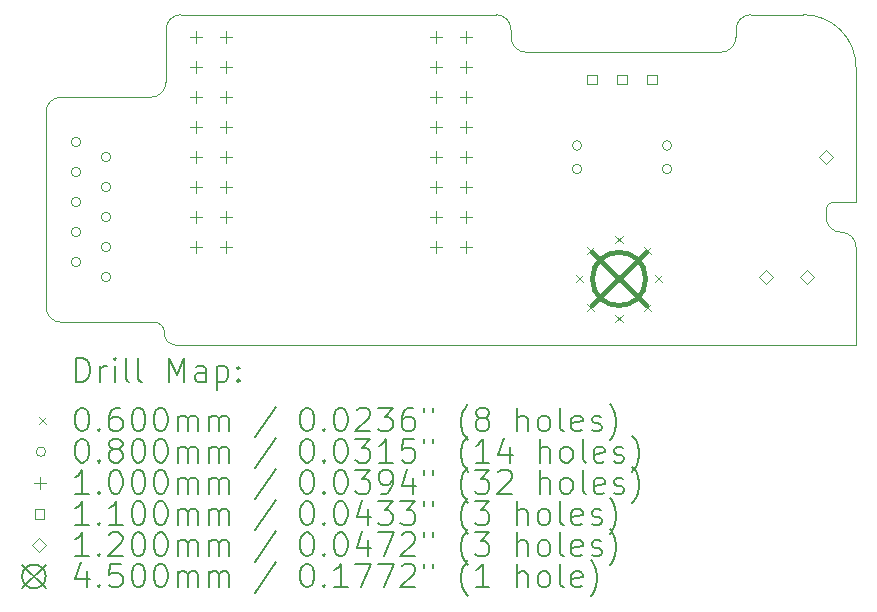
<source format=gbr>
%TF.GenerationSoftware,KiCad,Pcbnew,8.0.2*%
%TF.CreationDate,2024-05-11T15:05:26+02:00*%
%TF.ProjectId,WiFi-2-OIP-UI,57694669-2d32-42d4-9f49-502d55492e6b,V1.0*%
%TF.SameCoordinates,Original*%
%TF.FileFunction,Drillmap*%
%TF.FilePolarity,Positive*%
%FSLAX45Y45*%
G04 Gerber Fmt 4.5, Leading zero omitted, Abs format (unit mm)*
G04 Created by KiCad (PCBNEW 8.0.2) date 2024-05-11 15:05:26*
%MOMM*%
%LPD*%
G01*
G04 APERTURE LIST*
%ADD10C,0.050000*%
%ADD11C,0.200000*%
%ADD12C,0.100000*%
%ADD13C,0.110000*%
%ADD14C,0.120000*%
%ADD15C,0.450000*%
G04 APERTURE END LIST*
D10*
X17780000Y-10096500D02*
X17780000Y-10160000D01*
X18034000Y-10033000D02*
X17843500Y-10033000D01*
X17780000Y-10096500D02*
G75*
G02*
X17843500Y-10033000I63500J0D01*
G01*
X15113000Y-8572500D02*
X15113000Y-8636000D01*
X17018000Y-8572500D02*
X17018000Y-8636000D01*
X18034000Y-10414000D02*
X18034000Y-11239500D01*
X17907000Y-10287000D02*
G75*
G02*
X17780000Y-10160000I0J127000D01*
G01*
X17907000Y-10287000D02*
G75*
G02*
X18034000Y-10414000I0J-127000D01*
G01*
X17589500Y-8445500D02*
X17145000Y-8445500D01*
X15240000Y-8763000D02*
X16891000Y-8763000D01*
X17018000Y-8636000D02*
G75*
G02*
X16891000Y-8763000I-127000J0D01*
G01*
X17018000Y-8572500D02*
G75*
G02*
X17145000Y-8445500I127000J0D01*
G01*
X14986000Y-8445500D02*
G75*
G02*
X15113000Y-8572500I0J-127000D01*
G01*
X11303000Y-11049000D02*
X12090400Y-11049000D01*
X17589500Y-8445500D02*
G75*
G02*
X18034000Y-8890000I0J-444500D01*
G01*
X12192000Y-8572500D02*
G75*
G02*
X12319000Y-8445500I127000J0D01*
G01*
X12192000Y-9017000D02*
G75*
G02*
X12065000Y-9144000I-127000J0D01*
G01*
X11176000Y-9271000D02*
G75*
G02*
X11303000Y-9144000I127000J0D01*
G01*
X11303000Y-11049000D02*
G75*
G02*
X11176000Y-10922000I0J127000D01*
G01*
X12192000Y-9017000D02*
X12192000Y-8572500D01*
X11303000Y-9144000D02*
X12065000Y-9144000D01*
X11176000Y-9271000D02*
X11176000Y-10922000D01*
X14986000Y-8445500D02*
X12319000Y-8445500D01*
X18034000Y-10033000D02*
X18034000Y-8890000D01*
X12268200Y-11239500D02*
X18034000Y-11239500D01*
X15240000Y-8763000D02*
G75*
G02*
X15113000Y-8636000I0J127000D01*
G01*
X12179300Y-11137900D02*
X12179300Y-11150600D01*
X12268200Y-11239500D02*
G75*
G02*
X12179300Y-11150600I0J88900D01*
G01*
X12090400Y-11049000D02*
G75*
G02*
X12179300Y-11137900I0J-88900D01*
G01*
D11*
D12*
X15659900Y-10653000D02*
X15719900Y-10713000D01*
X15719900Y-10653000D02*
X15659900Y-10713000D01*
X15758751Y-10414352D02*
X15818751Y-10474352D01*
X15818751Y-10414352D02*
X15758751Y-10474352D01*
X15758751Y-10891649D02*
X15818751Y-10951649D01*
X15818751Y-10891649D02*
X15758751Y-10951649D01*
X15997400Y-10315500D02*
X16057400Y-10375500D01*
X16057400Y-10315500D02*
X15997400Y-10375500D01*
X15997400Y-10990500D02*
X16057400Y-11050500D01*
X16057400Y-10990500D02*
X15997400Y-11050500D01*
X16236048Y-10414352D02*
X16296048Y-10474352D01*
X16296048Y-10414352D02*
X16236048Y-10474352D01*
X16236048Y-10891649D02*
X16296048Y-10951649D01*
X16296048Y-10891649D02*
X16236048Y-10951649D01*
X16334900Y-10653000D02*
X16394900Y-10713000D01*
X16394900Y-10653000D02*
X16334900Y-10713000D01*
X11470000Y-9525000D02*
G75*
G02*
X11390000Y-9525000I-40000J0D01*
G01*
X11390000Y-9525000D02*
G75*
G02*
X11470000Y-9525000I40000J0D01*
G01*
X11470000Y-9779000D02*
G75*
G02*
X11390000Y-9779000I-40000J0D01*
G01*
X11390000Y-9779000D02*
G75*
G02*
X11470000Y-9779000I40000J0D01*
G01*
X11470000Y-10033000D02*
G75*
G02*
X11390000Y-10033000I-40000J0D01*
G01*
X11390000Y-10033000D02*
G75*
G02*
X11470000Y-10033000I40000J0D01*
G01*
X11470000Y-10287000D02*
G75*
G02*
X11390000Y-10287000I-40000J0D01*
G01*
X11390000Y-10287000D02*
G75*
G02*
X11470000Y-10287000I40000J0D01*
G01*
X11470000Y-10541000D02*
G75*
G02*
X11390000Y-10541000I-40000J0D01*
G01*
X11390000Y-10541000D02*
G75*
G02*
X11470000Y-10541000I40000J0D01*
G01*
X11724000Y-9652000D02*
G75*
G02*
X11644000Y-9652000I-40000J0D01*
G01*
X11644000Y-9652000D02*
G75*
G02*
X11724000Y-9652000I40000J0D01*
G01*
X11724000Y-9906000D02*
G75*
G02*
X11644000Y-9906000I-40000J0D01*
G01*
X11644000Y-9906000D02*
G75*
G02*
X11724000Y-9906000I40000J0D01*
G01*
X11724000Y-10160000D02*
G75*
G02*
X11644000Y-10160000I-40000J0D01*
G01*
X11644000Y-10160000D02*
G75*
G02*
X11724000Y-10160000I40000J0D01*
G01*
X11724000Y-10414000D02*
G75*
G02*
X11644000Y-10414000I-40000J0D01*
G01*
X11644000Y-10414000D02*
G75*
G02*
X11724000Y-10414000I40000J0D01*
G01*
X11724000Y-10668000D02*
G75*
G02*
X11644000Y-10668000I-40000J0D01*
G01*
X11644000Y-10668000D02*
G75*
G02*
X11724000Y-10668000I40000J0D01*
G01*
X15711800Y-9553600D02*
G75*
G02*
X15631800Y-9553600I-40000J0D01*
G01*
X15631800Y-9553600D02*
G75*
G02*
X15711800Y-9553600I40000J0D01*
G01*
X15711800Y-9753600D02*
G75*
G02*
X15631800Y-9753600I-40000J0D01*
G01*
X15631800Y-9753600D02*
G75*
G02*
X15711800Y-9753600I40000J0D01*
G01*
X16473800Y-9553600D02*
G75*
G02*
X16393800Y-9553600I-40000J0D01*
G01*
X16393800Y-9553600D02*
G75*
G02*
X16473800Y-9553600I40000J0D01*
G01*
X16473800Y-9753600D02*
G75*
G02*
X16393800Y-9753600I-40000J0D01*
G01*
X16393800Y-9753600D02*
G75*
G02*
X16473800Y-9753600I40000J0D01*
G01*
X12446000Y-8586000D02*
X12446000Y-8686000D01*
X12396000Y-8636000D02*
X12496000Y-8636000D01*
X12446000Y-8840000D02*
X12446000Y-8940000D01*
X12396000Y-8890000D02*
X12496000Y-8890000D01*
X12446000Y-9094000D02*
X12446000Y-9194000D01*
X12396000Y-9144000D02*
X12496000Y-9144000D01*
X12446000Y-9348000D02*
X12446000Y-9448000D01*
X12396000Y-9398000D02*
X12496000Y-9398000D01*
X12446000Y-9602000D02*
X12446000Y-9702000D01*
X12396000Y-9652000D02*
X12496000Y-9652000D01*
X12446000Y-9856000D02*
X12446000Y-9956000D01*
X12396000Y-9906000D02*
X12496000Y-9906000D01*
X12446000Y-10110000D02*
X12446000Y-10210000D01*
X12396000Y-10160000D02*
X12496000Y-10160000D01*
X12446000Y-10364000D02*
X12446000Y-10464000D01*
X12396000Y-10414000D02*
X12496000Y-10414000D01*
X12700000Y-8586000D02*
X12700000Y-8686000D01*
X12650000Y-8636000D02*
X12750000Y-8636000D01*
X12700000Y-8840000D02*
X12700000Y-8940000D01*
X12650000Y-8890000D02*
X12750000Y-8890000D01*
X12700000Y-9094000D02*
X12700000Y-9194000D01*
X12650000Y-9144000D02*
X12750000Y-9144000D01*
X12700000Y-9348000D02*
X12700000Y-9448000D01*
X12650000Y-9398000D02*
X12750000Y-9398000D01*
X12700000Y-9602000D02*
X12700000Y-9702000D01*
X12650000Y-9652000D02*
X12750000Y-9652000D01*
X12700000Y-9856000D02*
X12700000Y-9956000D01*
X12650000Y-9906000D02*
X12750000Y-9906000D01*
X12700000Y-10110000D02*
X12700000Y-10210000D01*
X12650000Y-10160000D02*
X12750000Y-10160000D01*
X12700000Y-10364000D02*
X12700000Y-10464000D01*
X12650000Y-10414000D02*
X12750000Y-10414000D01*
X14478000Y-8586000D02*
X14478000Y-8686000D01*
X14428000Y-8636000D02*
X14528000Y-8636000D01*
X14478000Y-8840000D02*
X14478000Y-8940000D01*
X14428000Y-8890000D02*
X14528000Y-8890000D01*
X14478000Y-9094000D02*
X14478000Y-9194000D01*
X14428000Y-9144000D02*
X14528000Y-9144000D01*
X14478000Y-9348000D02*
X14478000Y-9448000D01*
X14428000Y-9398000D02*
X14528000Y-9398000D01*
X14478000Y-9602000D02*
X14478000Y-9702000D01*
X14428000Y-9652000D02*
X14528000Y-9652000D01*
X14478000Y-9856000D02*
X14478000Y-9956000D01*
X14428000Y-9906000D02*
X14528000Y-9906000D01*
X14478000Y-10110000D02*
X14478000Y-10210000D01*
X14428000Y-10160000D02*
X14528000Y-10160000D01*
X14478000Y-10364000D02*
X14478000Y-10464000D01*
X14428000Y-10414000D02*
X14528000Y-10414000D01*
X14732000Y-8586000D02*
X14732000Y-8686000D01*
X14682000Y-8636000D02*
X14782000Y-8636000D01*
X14732000Y-8840000D02*
X14732000Y-8940000D01*
X14682000Y-8890000D02*
X14782000Y-8890000D01*
X14732000Y-9094000D02*
X14732000Y-9194000D01*
X14682000Y-9144000D02*
X14782000Y-9144000D01*
X14732000Y-9348000D02*
X14732000Y-9448000D01*
X14682000Y-9398000D02*
X14782000Y-9398000D01*
X14732000Y-9602000D02*
X14732000Y-9702000D01*
X14682000Y-9652000D02*
X14782000Y-9652000D01*
X14732000Y-9856000D02*
X14732000Y-9956000D01*
X14682000Y-9906000D02*
X14782000Y-9906000D01*
X14732000Y-10110000D02*
X14732000Y-10210000D01*
X14682000Y-10160000D02*
X14782000Y-10160000D01*
X14732000Y-10364000D02*
X14732000Y-10464000D01*
X14682000Y-10414000D02*
X14782000Y-10414000D01*
D13*
X15837691Y-9030491D02*
X15837691Y-8952709D01*
X15759909Y-8952709D01*
X15759909Y-9030491D01*
X15837691Y-9030491D01*
X16091691Y-9030491D02*
X16091691Y-8952709D01*
X16013909Y-8952709D01*
X16013909Y-9030491D01*
X16091691Y-9030491D01*
X16345691Y-9030491D02*
X16345691Y-8952709D01*
X16267909Y-8952709D01*
X16267909Y-9030491D01*
X16345691Y-9030491D01*
D14*
X17272000Y-10728000D02*
X17332000Y-10668000D01*
X17272000Y-10608000D01*
X17212000Y-10668000D01*
X17272000Y-10728000D01*
X17622000Y-10728000D02*
X17682000Y-10668000D01*
X17622000Y-10608000D01*
X17562000Y-10668000D01*
X17622000Y-10728000D01*
X17780000Y-9712000D02*
X17840000Y-9652000D01*
X17780000Y-9592000D01*
X17720000Y-9652000D01*
X17780000Y-9712000D01*
D15*
X15802400Y-10458000D02*
X16252400Y-10908000D01*
X16252400Y-10458000D02*
X15802400Y-10908000D01*
X16252400Y-10683000D02*
G75*
G02*
X15802400Y-10683000I-225000J0D01*
G01*
X15802400Y-10683000D02*
G75*
G02*
X16252400Y-10683000I225000J0D01*
G01*
D11*
X11434277Y-11553484D02*
X11434277Y-11353484D01*
X11434277Y-11353484D02*
X11481896Y-11353484D01*
X11481896Y-11353484D02*
X11510467Y-11363008D01*
X11510467Y-11363008D02*
X11529515Y-11382055D01*
X11529515Y-11382055D02*
X11539039Y-11401103D01*
X11539039Y-11401103D02*
X11548562Y-11439198D01*
X11548562Y-11439198D02*
X11548562Y-11467769D01*
X11548562Y-11467769D02*
X11539039Y-11505865D01*
X11539039Y-11505865D02*
X11529515Y-11524912D01*
X11529515Y-11524912D02*
X11510467Y-11543960D01*
X11510467Y-11543960D02*
X11481896Y-11553484D01*
X11481896Y-11553484D02*
X11434277Y-11553484D01*
X11634277Y-11553484D02*
X11634277Y-11420150D01*
X11634277Y-11458246D02*
X11643801Y-11439198D01*
X11643801Y-11439198D02*
X11653324Y-11429674D01*
X11653324Y-11429674D02*
X11672372Y-11420150D01*
X11672372Y-11420150D02*
X11691420Y-11420150D01*
X11758086Y-11553484D02*
X11758086Y-11420150D01*
X11758086Y-11353484D02*
X11748562Y-11363008D01*
X11748562Y-11363008D02*
X11758086Y-11372531D01*
X11758086Y-11372531D02*
X11767610Y-11363008D01*
X11767610Y-11363008D02*
X11758086Y-11353484D01*
X11758086Y-11353484D02*
X11758086Y-11372531D01*
X11881896Y-11553484D02*
X11862848Y-11543960D01*
X11862848Y-11543960D02*
X11853324Y-11524912D01*
X11853324Y-11524912D02*
X11853324Y-11353484D01*
X11986658Y-11553484D02*
X11967610Y-11543960D01*
X11967610Y-11543960D02*
X11958086Y-11524912D01*
X11958086Y-11524912D02*
X11958086Y-11353484D01*
X12215229Y-11553484D02*
X12215229Y-11353484D01*
X12215229Y-11353484D02*
X12281896Y-11496341D01*
X12281896Y-11496341D02*
X12348562Y-11353484D01*
X12348562Y-11353484D02*
X12348562Y-11553484D01*
X12529515Y-11553484D02*
X12529515Y-11448722D01*
X12529515Y-11448722D02*
X12519991Y-11429674D01*
X12519991Y-11429674D02*
X12500943Y-11420150D01*
X12500943Y-11420150D02*
X12462848Y-11420150D01*
X12462848Y-11420150D02*
X12443801Y-11429674D01*
X12529515Y-11543960D02*
X12510467Y-11553484D01*
X12510467Y-11553484D02*
X12462848Y-11553484D01*
X12462848Y-11553484D02*
X12443801Y-11543960D01*
X12443801Y-11543960D02*
X12434277Y-11524912D01*
X12434277Y-11524912D02*
X12434277Y-11505865D01*
X12434277Y-11505865D02*
X12443801Y-11486817D01*
X12443801Y-11486817D02*
X12462848Y-11477293D01*
X12462848Y-11477293D02*
X12510467Y-11477293D01*
X12510467Y-11477293D02*
X12529515Y-11467769D01*
X12624753Y-11420150D02*
X12624753Y-11620150D01*
X12624753Y-11429674D02*
X12643801Y-11420150D01*
X12643801Y-11420150D02*
X12681896Y-11420150D01*
X12681896Y-11420150D02*
X12700943Y-11429674D01*
X12700943Y-11429674D02*
X12710467Y-11439198D01*
X12710467Y-11439198D02*
X12719991Y-11458246D01*
X12719991Y-11458246D02*
X12719991Y-11515388D01*
X12719991Y-11515388D02*
X12710467Y-11534436D01*
X12710467Y-11534436D02*
X12700943Y-11543960D01*
X12700943Y-11543960D02*
X12681896Y-11553484D01*
X12681896Y-11553484D02*
X12643801Y-11553484D01*
X12643801Y-11553484D02*
X12624753Y-11543960D01*
X12805705Y-11534436D02*
X12815229Y-11543960D01*
X12815229Y-11543960D02*
X12805705Y-11553484D01*
X12805705Y-11553484D02*
X12796182Y-11543960D01*
X12796182Y-11543960D02*
X12805705Y-11534436D01*
X12805705Y-11534436D02*
X12805705Y-11553484D01*
X12805705Y-11429674D02*
X12815229Y-11439198D01*
X12815229Y-11439198D02*
X12805705Y-11448722D01*
X12805705Y-11448722D02*
X12796182Y-11439198D01*
X12796182Y-11439198D02*
X12805705Y-11429674D01*
X12805705Y-11429674D02*
X12805705Y-11448722D01*
D12*
X11113500Y-11852000D02*
X11173500Y-11912000D01*
X11173500Y-11852000D02*
X11113500Y-11912000D01*
D11*
X11472372Y-11773484D02*
X11491420Y-11773484D01*
X11491420Y-11773484D02*
X11510467Y-11783008D01*
X11510467Y-11783008D02*
X11519991Y-11792531D01*
X11519991Y-11792531D02*
X11529515Y-11811579D01*
X11529515Y-11811579D02*
X11539039Y-11849674D01*
X11539039Y-11849674D02*
X11539039Y-11897293D01*
X11539039Y-11897293D02*
X11529515Y-11935388D01*
X11529515Y-11935388D02*
X11519991Y-11954436D01*
X11519991Y-11954436D02*
X11510467Y-11963960D01*
X11510467Y-11963960D02*
X11491420Y-11973484D01*
X11491420Y-11973484D02*
X11472372Y-11973484D01*
X11472372Y-11973484D02*
X11453324Y-11963960D01*
X11453324Y-11963960D02*
X11443801Y-11954436D01*
X11443801Y-11954436D02*
X11434277Y-11935388D01*
X11434277Y-11935388D02*
X11424753Y-11897293D01*
X11424753Y-11897293D02*
X11424753Y-11849674D01*
X11424753Y-11849674D02*
X11434277Y-11811579D01*
X11434277Y-11811579D02*
X11443801Y-11792531D01*
X11443801Y-11792531D02*
X11453324Y-11783008D01*
X11453324Y-11783008D02*
X11472372Y-11773484D01*
X11624753Y-11954436D02*
X11634277Y-11963960D01*
X11634277Y-11963960D02*
X11624753Y-11973484D01*
X11624753Y-11973484D02*
X11615229Y-11963960D01*
X11615229Y-11963960D02*
X11624753Y-11954436D01*
X11624753Y-11954436D02*
X11624753Y-11973484D01*
X11805705Y-11773484D02*
X11767610Y-11773484D01*
X11767610Y-11773484D02*
X11748562Y-11783008D01*
X11748562Y-11783008D02*
X11739039Y-11792531D01*
X11739039Y-11792531D02*
X11719991Y-11821103D01*
X11719991Y-11821103D02*
X11710467Y-11859198D01*
X11710467Y-11859198D02*
X11710467Y-11935388D01*
X11710467Y-11935388D02*
X11719991Y-11954436D01*
X11719991Y-11954436D02*
X11729515Y-11963960D01*
X11729515Y-11963960D02*
X11748562Y-11973484D01*
X11748562Y-11973484D02*
X11786658Y-11973484D01*
X11786658Y-11973484D02*
X11805705Y-11963960D01*
X11805705Y-11963960D02*
X11815229Y-11954436D01*
X11815229Y-11954436D02*
X11824753Y-11935388D01*
X11824753Y-11935388D02*
X11824753Y-11887769D01*
X11824753Y-11887769D02*
X11815229Y-11868722D01*
X11815229Y-11868722D02*
X11805705Y-11859198D01*
X11805705Y-11859198D02*
X11786658Y-11849674D01*
X11786658Y-11849674D02*
X11748562Y-11849674D01*
X11748562Y-11849674D02*
X11729515Y-11859198D01*
X11729515Y-11859198D02*
X11719991Y-11868722D01*
X11719991Y-11868722D02*
X11710467Y-11887769D01*
X11948562Y-11773484D02*
X11967610Y-11773484D01*
X11967610Y-11773484D02*
X11986658Y-11783008D01*
X11986658Y-11783008D02*
X11996182Y-11792531D01*
X11996182Y-11792531D02*
X12005705Y-11811579D01*
X12005705Y-11811579D02*
X12015229Y-11849674D01*
X12015229Y-11849674D02*
X12015229Y-11897293D01*
X12015229Y-11897293D02*
X12005705Y-11935388D01*
X12005705Y-11935388D02*
X11996182Y-11954436D01*
X11996182Y-11954436D02*
X11986658Y-11963960D01*
X11986658Y-11963960D02*
X11967610Y-11973484D01*
X11967610Y-11973484D02*
X11948562Y-11973484D01*
X11948562Y-11973484D02*
X11929515Y-11963960D01*
X11929515Y-11963960D02*
X11919991Y-11954436D01*
X11919991Y-11954436D02*
X11910467Y-11935388D01*
X11910467Y-11935388D02*
X11900943Y-11897293D01*
X11900943Y-11897293D02*
X11900943Y-11849674D01*
X11900943Y-11849674D02*
X11910467Y-11811579D01*
X11910467Y-11811579D02*
X11919991Y-11792531D01*
X11919991Y-11792531D02*
X11929515Y-11783008D01*
X11929515Y-11783008D02*
X11948562Y-11773484D01*
X12139039Y-11773484D02*
X12158086Y-11773484D01*
X12158086Y-11773484D02*
X12177134Y-11783008D01*
X12177134Y-11783008D02*
X12186658Y-11792531D01*
X12186658Y-11792531D02*
X12196182Y-11811579D01*
X12196182Y-11811579D02*
X12205705Y-11849674D01*
X12205705Y-11849674D02*
X12205705Y-11897293D01*
X12205705Y-11897293D02*
X12196182Y-11935388D01*
X12196182Y-11935388D02*
X12186658Y-11954436D01*
X12186658Y-11954436D02*
X12177134Y-11963960D01*
X12177134Y-11963960D02*
X12158086Y-11973484D01*
X12158086Y-11973484D02*
X12139039Y-11973484D01*
X12139039Y-11973484D02*
X12119991Y-11963960D01*
X12119991Y-11963960D02*
X12110467Y-11954436D01*
X12110467Y-11954436D02*
X12100943Y-11935388D01*
X12100943Y-11935388D02*
X12091420Y-11897293D01*
X12091420Y-11897293D02*
X12091420Y-11849674D01*
X12091420Y-11849674D02*
X12100943Y-11811579D01*
X12100943Y-11811579D02*
X12110467Y-11792531D01*
X12110467Y-11792531D02*
X12119991Y-11783008D01*
X12119991Y-11783008D02*
X12139039Y-11773484D01*
X12291420Y-11973484D02*
X12291420Y-11840150D01*
X12291420Y-11859198D02*
X12300943Y-11849674D01*
X12300943Y-11849674D02*
X12319991Y-11840150D01*
X12319991Y-11840150D02*
X12348563Y-11840150D01*
X12348563Y-11840150D02*
X12367610Y-11849674D01*
X12367610Y-11849674D02*
X12377134Y-11868722D01*
X12377134Y-11868722D02*
X12377134Y-11973484D01*
X12377134Y-11868722D02*
X12386658Y-11849674D01*
X12386658Y-11849674D02*
X12405705Y-11840150D01*
X12405705Y-11840150D02*
X12434277Y-11840150D01*
X12434277Y-11840150D02*
X12453324Y-11849674D01*
X12453324Y-11849674D02*
X12462848Y-11868722D01*
X12462848Y-11868722D02*
X12462848Y-11973484D01*
X12558086Y-11973484D02*
X12558086Y-11840150D01*
X12558086Y-11859198D02*
X12567610Y-11849674D01*
X12567610Y-11849674D02*
X12586658Y-11840150D01*
X12586658Y-11840150D02*
X12615229Y-11840150D01*
X12615229Y-11840150D02*
X12634277Y-11849674D01*
X12634277Y-11849674D02*
X12643801Y-11868722D01*
X12643801Y-11868722D02*
X12643801Y-11973484D01*
X12643801Y-11868722D02*
X12653324Y-11849674D01*
X12653324Y-11849674D02*
X12672372Y-11840150D01*
X12672372Y-11840150D02*
X12700943Y-11840150D01*
X12700943Y-11840150D02*
X12719991Y-11849674D01*
X12719991Y-11849674D02*
X12729515Y-11868722D01*
X12729515Y-11868722D02*
X12729515Y-11973484D01*
X13119991Y-11763960D02*
X12948563Y-12021103D01*
X13377134Y-11773484D02*
X13396182Y-11773484D01*
X13396182Y-11773484D02*
X13415229Y-11783008D01*
X13415229Y-11783008D02*
X13424753Y-11792531D01*
X13424753Y-11792531D02*
X13434277Y-11811579D01*
X13434277Y-11811579D02*
X13443801Y-11849674D01*
X13443801Y-11849674D02*
X13443801Y-11897293D01*
X13443801Y-11897293D02*
X13434277Y-11935388D01*
X13434277Y-11935388D02*
X13424753Y-11954436D01*
X13424753Y-11954436D02*
X13415229Y-11963960D01*
X13415229Y-11963960D02*
X13396182Y-11973484D01*
X13396182Y-11973484D02*
X13377134Y-11973484D01*
X13377134Y-11973484D02*
X13358086Y-11963960D01*
X13358086Y-11963960D02*
X13348563Y-11954436D01*
X13348563Y-11954436D02*
X13339039Y-11935388D01*
X13339039Y-11935388D02*
X13329515Y-11897293D01*
X13329515Y-11897293D02*
X13329515Y-11849674D01*
X13329515Y-11849674D02*
X13339039Y-11811579D01*
X13339039Y-11811579D02*
X13348563Y-11792531D01*
X13348563Y-11792531D02*
X13358086Y-11783008D01*
X13358086Y-11783008D02*
X13377134Y-11773484D01*
X13529515Y-11954436D02*
X13539039Y-11963960D01*
X13539039Y-11963960D02*
X13529515Y-11973484D01*
X13529515Y-11973484D02*
X13519991Y-11963960D01*
X13519991Y-11963960D02*
X13529515Y-11954436D01*
X13529515Y-11954436D02*
X13529515Y-11973484D01*
X13662848Y-11773484D02*
X13681896Y-11773484D01*
X13681896Y-11773484D02*
X13700944Y-11783008D01*
X13700944Y-11783008D02*
X13710467Y-11792531D01*
X13710467Y-11792531D02*
X13719991Y-11811579D01*
X13719991Y-11811579D02*
X13729515Y-11849674D01*
X13729515Y-11849674D02*
X13729515Y-11897293D01*
X13729515Y-11897293D02*
X13719991Y-11935388D01*
X13719991Y-11935388D02*
X13710467Y-11954436D01*
X13710467Y-11954436D02*
X13700944Y-11963960D01*
X13700944Y-11963960D02*
X13681896Y-11973484D01*
X13681896Y-11973484D02*
X13662848Y-11973484D01*
X13662848Y-11973484D02*
X13643801Y-11963960D01*
X13643801Y-11963960D02*
X13634277Y-11954436D01*
X13634277Y-11954436D02*
X13624753Y-11935388D01*
X13624753Y-11935388D02*
X13615229Y-11897293D01*
X13615229Y-11897293D02*
X13615229Y-11849674D01*
X13615229Y-11849674D02*
X13624753Y-11811579D01*
X13624753Y-11811579D02*
X13634277Y-11792531D01*
X13634277Y-11792531D02*
X13643801Y-11783008D01*
X13643801Y-11783008D02*
X13662848Y-11773484D01*
X13805706Y-11792531D02*
X13815229Y-11783008D01*
X13815229Y-11783008D02*
X13834277Y-11773484D01*
X13834277Y-11773484D02*
X13881896Y-11773484D01*
X13881896Y-11773484D02*
X13900944Y-11783008D01*
X13900944Y-11783008D02*
X13910467Y-11792531D01*
X13910467Y-11792531D02*
X13919991Y-11811579D01*
X13919991Y-11811579D02*
X13919991Y-11830627D01*
X13919991Y-11830627D02*
X13910467Y-11859198D01*
X13910467Y-11859198D02*
X13796182Y-11973484D01*
X13796182Y-11973484D02*
X13919991Y-11973484D01*
X13986658Y-11773484D02*
X14110467Y-11773484D01*
X14110467Y-11773484D02*
X14043801Y-11849674D01*
X14043801Y-11849674D02*
X14072372Y-11849674D01*
X14072372Y-11849674D02*
X14091420Y-11859198D01*
X14091420Y-11859198D02*
X14100944Y-11868722D01*
X14100944Y-11868722D02*
X14110467Y-11887769D01*
X14110467Y-11887769D02*
X14110467Y-11935388D01*
X14110467Y-11935388D02*
X14100944Y-11954436D01*
X14100944Y-11954436D02*
X14091420Y-11963960D01*
X14091420Y-11963960D02*
X14072372Y-11973484D01*
X14072372Y-11973484D02*
X14015229Y-11973484D01*
X14015229Y-11973484D02*
X13996182Y-11963960D01*
X13996182Y-11963960D02*
X13986658Y-11954436D01*
X14281896Y-11773484D02*
X14243801Y-11773484D01*
X14243801Y-11773484D02*
X14224753Y-11783008D01*
X14224753Y-11783008D02*
X14215229Y-11792531D01*
X14215229Y-11792531D02*
X14196182Y-11821103D01*
X14196182Y-11821103D02*
X14186658Y-11859198D01*
X14186658Y-11859198D02*
X14186658Y-11935388D01*
X14186658Y-11935388D02*
X14196182Y-11954436D01*
X14196182Y-11954436D02*
X14205706Y-11963960D01*
X14205706Y-11963960D02*
X14224753Y-11973484D01*
X14224753Y-11973484D02*
X14262848Y-11973484D01*
X14262848Y-11973484D02*
X14281896Y-11963960D01*
X14281896Y-11963960D02*
X14291420Y-11954436D01*
X14291420Y-11954436D02*
X14300944Y-11935388D01*
X14300944Y-11935388D02*
X14300944Y-11887769D01*
X14300944Y-11887769D02*
X14291420Y-11868722D01*
X14291420Y-11868722D02*
X14281896Y-11859198D01*
X14281896Y-11859198D02*
X14262848Y-11849674D01*
X14262848Y-11849674D02*
X14224753Y-11849674D01*
X14224753Y-11849674D02*
X14205706Y-11859198D01*
X14205706Y-11859198D02*
X14196182Y-11868722D01*
X14196182Y-11868722D02*
X14186658Y-11887769D01*
X14377134Y-11773484D02*
X14377134Y-11811579D01*
X14453325Y-11773484D02*
X14453325Y-11811579D01*
X14748563Y-12049674D02*
X14739039Y-12040150D01*
X14739039Y-12040150D02*
X14719991Y-12011579D01*
X14719991Y-12011579D02*
X14710468Y-11992531D01*
X14710468Y-11992531D02*
X14700944Y-11963960D01*
X14700944Y-11963960D02*
X14691420Y-11916341D01*
X14691420Y-11916341D02*
X14691420Y-11878246D01*
X14691420Y-11878246D02*
X14700944Y-11830627D01*
X14700944Y-11830627D02*
X14710468Y-11802055D01*
X14710468Y-11802055D02*
X14719991Y-11783008D01*
X14719991Y-11783008D02*
X14739039Y-11754436D01*
X14739039Y-11754436D02*
X14748563Y-11744912D01*
X14853325Y-11859198D02*
X14834277Y-11849674D01*
X14834277Y-11849674D02*
X14824753Y-11840150D01*
X14824753Y-11840150D02*
X14815229Y-11821103D01*
X14815229Y-11821103D02*
X14815229Y-11811579D01*
X14815229Y-11811579D02*
X14824753Y-11792531D01*
X14824753Y-11792531D02*
X14834277Y-11783008D01*
X14834277Y-11783008D02*
X14853325Y-11773484D01*
X14853325Y-11773484D02*
X14891420Y-11773484D01*
X14891420Y-11773484D02*
X14910468Y-11783008D01*
X14910468Y-11783008D02*
X14919991Y-11792531D01*
X14919991Y-11792531D02*
X14929515Y-11811579D01*
X14929515Y-11811579D02*
X14929515Y-11821103D01*
X14929515Y-11821103D02*
X14919991Y-11840150D01*
X14919991Y-11840150D02*
X14910468Y-11849674D01*
X14910468Y-11849674D02*
X14891420Y-11859198D01*
X14891420Y-11859198D02*
X14853325Y-11859198D01*
X14853325Y-11859198D02*
X14834277Y-11868722D01*
X14834277Y-11868722D02*
X14824753Y-11878246D01*
X14824753Y-11878246D02*
X14815229Y-11897293D01*
X14815229Y-11897293D02*
X14815229Y-11935388D01*
X14815229Y-11935388D02*
X14824753Y-11954436D01*
X14824753Y-11954436D02*
X14834277Y-11963960D01*
X14834277Y-11963960D02*
X14853325Y-11973484D01*
X14853325Y-11973484D02*
X14891420Y-11973484D01*
X14891420Y-11973484D02*
X14910468Y-11963960D01*
X14910468Y-11963960D02*
X14919991Y-11954436D01*
X14919991Y-11954436D02*
X14929515Y-11935388D01*
X14929515Y-11935388D02*
X14929515Y-11897293D01*
X14929515Y-11897293D02*
X14919991Y-11878246D01*
X14919991Y-11878246D02*
X14910468Y-11868722D01*
X14910468Y-11868722D02*
X14891420Y-11859198D01*
X15167610Y-11973484D02*
X15167610Y-11773484D01*
X15253325Y-11973484D02*
X15253325Y-11868722D01*
X15253325Y-11868722D02*
X15243801Y-11849674D01*
X15243801Y-11849674D02*
X15224753Y-11840150D01*
X15224753Y-11840150D02*
X15196182Y-11840150D01*
X15196182Y-11840150D02*
X15177134Y-11849674D01*
X15177134Y-11849674D02*
X15167610Y-11859198D01*
X15377134Y-11973484D02*
X15358087Y-11963960D01*
X15358087Y-11963960D02*
X15348563Y-11954436D01*
X15348563Y-11954436D02*
X15339039Y-11935388D01*
X15339039Y-11935388D02*
X15339039Y-11878246D01*
X15339039Y-11878246D02*
X15348563Y-11859198D01*
X15348563Y-11859198D02*
X15358087Y-11849674D01*
X15358087Y-11849674D02*
X15377134Y-11840150D01*
X15377134Y-11840150D02*
X15405706Y-11840150D01*
X15405706Y-11840150D02*
X15424753Y-11849674D01*
X15424753Y-11849674D02*
X15434277Y-11859198D01*
X15434277Y-11859198D02*
X15443801Y-11878246D01*
X15443801Y-11878246D02*
X15443801Y-11935388D01*
X15443801Y-11935388D02*
X15434277Y-11954436D01*
X15434277Y-11954436D02*
X15424753Y-11963960D01*
X15424753Y-11963960D02*
X15405706Y-11973484D01*
X15405706Y-11973484D02*
X15377134Y-11973484D01*
X15558087Y-11973484D02*
X15539039Y-11963960D01*
X15539039Y-11963960D02*
X15529515Y-11944912D01*
X15529515Y-11944912D02*
X15529515Y-11773484D01*
X15710468Y-11963960D02*
X15691420Y-11973484D01*
X15691420Y-11973484D02*
X15653325Y-11973484D01*
X15653325Y-11973484D02*
X15634277Y-11963960D01*
X15634277Y-11963960D02*
X15624753Y-11944912D01*
X15624753Y-11944912D02*
X15624753Y-11868722D01*
X15624753Y-11868722D02*
X15634277Y-11849674D01*
X15634277Y-11849674D02*
X15653325Y-11840150D01*
X15653325Y-11840150D02*
X15691420Y-11840150D01*
X15691420Y-11840150D02*
X15710468Y-11849674D01*
X15710468Y-11849674D02*
X15719991Y-11868722D01*
X15719991Y-11868722D02*
X15719991Y-11887769D01*
X15719991Y-11887769D02*
X15624753Y-11906817D01*
X15796182Y-11963960D02*
X15815230Y-11973484D01*
X15815230Y-11973484D02*
X15853325Y-11973484D01*
X15853325Y-11973484D02*
X15872372Y-11963960D01*
X15872372Y-11963960D02*
X15881896Y-11944912D01*
X15881896Y-11944912D02*
X15881896Y-11935388D01*
X15881896Y-11935388D02*
X15872372Y-11916341D01*
X15872372Y-11916341D02*
X15853325Y-11906817D01*
X15853325Y-11906817D02*
X15824753Y-11906817D01*
X15824753Y-11906817D02*
X15805706Y-11897293D01*
X15805706Y-11897293D02*
X15796182Y-11878246D01*
X15796182Y-11878246D02*
X15796182Y-11868722D01*
X15796182Y-11868722D02*
X15805706Y-11849674D01*
X15805706Y-11849674D02*
X15824753Y-11840150D01*
X15824753Y-11840150D02*
X15853325Y-11840150D01*
X15853325Y-11840150D02*
X15872372Y-11849674D01*
X15948563Y-12049674D02*
X15958087Y-12040150D01*
X15958087Y-12040150D02*
X15977134Y-12011579D01*
X15977134Y-12011579D02*
X15986658Y-11992531D01*
X15986658Y-11992531D02*
X15996182Y-11963960D01*
X15996182Y-11963960D02*
X16005706Y-11916341D01*
X16005706Y-11916341D02*
X16005706Y-11878246D01*
X16005706Y-11878246D02*
X15996182Y-11830627D01*
X15996182Y-11830627D02*
X15986658Y-11802055D01*
X15986658Y-11802055D02*
X15977134Y-11783008D01*
X15977134Y-11783008D02*
X15958087Y-11754436D01*
X15958087Y-11754436D02*
X15948563Y-11744912D01*
D12*
X11173500Y-12146000D02*
G75*
G02*
X11093500Y-12146000I-40000J0D01*
G01*
X11093500Y-12146000D02*
G75*
G02*
X11173500Y-12146000I40000J0D01*
G01*
D11*
X11472372Y-12037484D02*
X11491420Y-12037484D01*
X11491420Y-12037484D02*
X11510467Y-12047008D01*
X11510467Y-12047008D02*
X11519991Y-12056531D01*
X11519991Y-12056531D02*
X11529515Y-12075579D01*
X11529515Y-12075579D02*
X11539039Y-12113674D01*
X11539039Y-12113674D02*
X11539039Y-12161293D01*
X11539039Y-12161293D02*
X11529515Y-12199388D01*
X11529515Y-12199388D02*
X11519991Y-12218436D01*
X11519991Y-12218436D02*
X11510467Y-12227960D01*
X11510467Y-12227960D02*
X11491420Y-12237484D01*
X11491420Y-12237484D02*
X11472372Y-12237484D01*
X11472372Y-12237484D02*
X11453324Y-12227960D01*
X11453324Y-12227960D02*
X11443801Y-12218436D01*
X11443801Y-12218436D02*
X11434277Y-12199388D01*
X11434277Y-12199388D02*
X11424753Y-12161293D01*
X11424753Y-12161293D02*
X11424753Y-12113674D01*
X11424753Y-12113674D02*
X11434277Y-12075579D01*
X11434277Y-12075579D02*
X11443801Y-12056531D01*
X11443801Y-12056531D02*
X11453324Y-12047008D01*
X11453324Y-12047008D02*
X11472372Y-12037484D01*
X11624753Y-12218436D02*
X11634277Y-12227960D01*
X11634277Y-12227960D02*
X11624753Y-12237484D01*
X11624753Y-12237484D02*
X11615229Y-12227960D01*
X11615229Y-12227960D02*
X11624753Y-12218436D01*
X11624753Y-12218436D02*
X11624753Y-12237484D01*
X11748562Y-12123198D02*
X11729515Y-12113674D01*
X11729515Y-12113674D02*
X11719991Y-12104150D01*
X11719991Y-12104150D02*
X11710467Y-12085103D01*
X11710467Y-12085103D02*
X11710467Y-12075579D01*
X11710467Y-12075579D02*
X11719991Y-12056531D01*
X11719991Y-12056531D02*
X11729515Y-12047008D01*
X11729515Y-12047008D02*
X11748562Y-12037484D01*
X11748562Y-12037484D02*
X11786658Y-12037484D01*
X11786658Y-12037484D02*
X11805705Y-12047008D01*
X11805705Y-12047008D02*
X11815229Y-12056531D01*
X11815229Y-12056531D02*
X11824753Y-12075579D01*
X11824753Y-12075579D02*
X11824753Y-12085103D01*
X11824753Y-12085103D02*
X11815229Y-12104150D01*
X11815229Y-12104150D02*
X11805705Y-12113674D01*
X11805705Y-12113674D02*
X11786658Y-12123198D01*
X11786658Y-12123198D02*
X11748562Y-12123198D01*
X11748562Y-12123198D02*
X11729515Y-12132722D01*
X11729515Y-12132722D02*
X11719991Y-12142246D01*
X11719991Y-12142246D02*
X11710467Y-12161293D01*
X11710467Y-12161293D02*
X11710467Y-12199388D01*
X11710467Y-12199388D02*
X11719991Y-12218436D01*
X11719991Y-12218436D02*
X11729515Y-12227960D01*
X11729515Y-12227960D02*
X11748562Y-12237484D01*
X11748562Y-12237484D02*
X11786658Y-12237484D01*
X11786658Y-12237484D02*
X11805705Y-12227960D01*
X11805705Y-12227960D02*
X11815229Y-12218436D01*
X11815229Y-12218436D02*
X11824753Y-12199388D01*
X11824753Y-12199388D02*
X11824753Y-12161293D01*
X11824753Y-12161293D02*
X11815229Y-12142246D01*
X11815229Y-12142246D02*
X11805705Y-12132722D01*
X11805705Y-12132722D02*
X11786658Y-12123198D01*
X11948562Y-12037484D02*
X11967610Y-12037484D01*
X11967610Y-12037484D02*
X11986658Y-12047008D01*
X11986658Y-12047008D02*
X11996182Y-12056531D01*
X11996182Y-12056531D02*
X12005705Y-12075579D01*
X12005705Y-12075579D02*
X12015229Y-12113674D01*
X12015229Y-12113674D02*
X12015229Y-12161293D01*
X12015229Y-12161293D02*
X12005705Y-12199388D01*
X12005705Y-12199388D02*
X11996182Y-12218436D01*
X11996182Y-12218436D02*
X11986658Y-12227960D01*
X11986658Y-12227960D02*
X11967610Y-12237484D01*
X11967610Y-12237484D02*
X11948562Y-12237484D01*
X11948562Y-12237484D02*
X11929515Y-12227960D01*
X11929515Y-12227960D02*
X11919991Y-12218436D01*
X11919991Y-12218436D02*
X11910467Y-12199388D01*
X11910467Y-12199388D02*
X11900943Y-12161293D01*
X11900943Y-12161293D02*
X11900943Y-12113674D01*
X11900943Y-12113674D02*
X11910467Y-12075579D01*
X11910467Y-12075579D02*
X11919991Y-12056531D01*
X11919991Y-12056531D02*
X11929515Y-12047008D01*
X11929515Y-12047008D02*
X11948562Y-12037484D01*
X12139039Y-12037484D02*
X12158086Y-12037484D01*
X12158086Y-12037484D02*
X12177134Y-12047008D01*
X12177134Y-12047008D02*
X12186658Y-12056531D01*
X12186658Y-12056531D02*
X12196182Y-12075579D01*
X12196182Y-12075579D02*
X12205705Y-12113674D01*
X12205705Y-12113674D02*
X12205705Y-12161293D01*
X12205705Y-12161293D02*
X12196182Y-12199388D01*
X12196182Y-12199388D02*
X12186658Y-12218436D01*
X12186658Y-12218436D02*
X12177134Y-12227960D01*
X12177134Y-12227960D02*
X12158086Y-12237484D01*
X12158086Y-12237484D02*
X12139039Y-12237484D01*
X12139039Y-12237484D02*
X12119991Y-12227960D01*
X12119991Y-12227960D02*
X12110467Y-12218436D01*
X12110467Y-12218436D02*
X12100943Y-12199388D01*
X12100943Y-12199388D02*
X12091420Y-12161293D01*
X12091420Y-12161293D02*
X12091420Y-12113674D01*
X12091420Y-12113674D02*
X12100943Y-12075579D01*
X12100943Y-12075579D02*
X12110467Y-12056531D01*
X12110467Y-12056531D02*
X12119991Y-12047008D01*
X12119991Y-12047008D02*
X12139039Y-12037484D01*
X12291420Y-12237484D02*
X12291420Y-12104150D01*
X12291420Y-12123198D02*
X12300943Y-12113674D01*
X12300943Y-12113674D02*
X12319991Y-12104150D01*
X12319991Y-12104150D02*
X12348563Y-12104150D01*
X12348563Y-12104150D02*
X12367610Y-12113674D01*
X12367610Y-12113674D02*
X12377134Y-12132722D01*
X12377134Y-12132722D02*
X12377134Y-12237484D01*
X12377134Y-12132722D02*
X12386658Y-12113674D01*
X12386658Y-12113674D02*
X12405705Y-12104150D01*
X12405705Y-12104150D02*
X12434277Y-12104150D01*
X12434277Y-12104150D02*
X12453324Y-12113674D01*
X12453324Y-12113674D02*
X12462848Y-12132722D01*
X12462848Y-12132722D02*
X12462848Y-12237484D01*
X12558086Y-12237484D02*
X12558086Y-12104150D01*
X12558086Y-12123198D02*
X12567610Y-12113674D01*
X12567610Y-12113674D02*
X12586658Y-12104150D01*
X12586658Y-12104150D02*
X12615229Y-12104150D01*
X12615229Y-12104150D02*
X12634277Y-12113674D01*
X12634277Y-12113674D02*
X12643801Y-12132722D01*
X12643801Y-12132722D02*
X12643801Y-12237484D01*
X12643801Y-12132722D02*
X12653324Y-12113674D01*
X12653324Y-12113674D02*
X12672372Y-12104150D01*
X12672372Y-12104150D02*
X12700943Y-12104150D01*
X12700943Y-12104150D02*
X12719991Y-12113674D01*
X12719991Y-12113674D02*
X12729515Y-12132722D01*
X12729515Y-12132722D02*
X12729515Y-12237484D01*
X13119991Y-12027960D02*
X12948563Y-12285103D01*
X13377134Y-12037484D02*
X13396182Y-12037484D01*
X13396182Y-12037484D02*
X13415229Y-12047008D01*
X13415229Y-12047008D02*
X13424753Y-12056531D01*
X13424753Y-12056531D02*
X13434277Y-12075579D01*
X13434277Y-12075579D02*
X13443801Y-12113674D01*
X13443801Y-12113674D02*
X13443801Y-12161293D01*
X13443801Y-12161293D02*
X13434277Y-12199388D01*
X13434277Y-12199388D02*
X13424753Y-12218436D01*
X13424753Y-12218436D02*
X13415229Y-12227960D01*
X13415229Y-12227960D02*
X13396182Y-12237484D01*
X13396182Y-12237484D02*
X13377134Y-12237484D01*
X13377134Y-12237484D02*
X13358086Y-12227960D01*
X13358086Y-12227960D02*
X13348563Y-12218436D01*
X13348563Y-12218436D02*
X13339039Y-12199388D01*
X13339039Y-12199388D02*
X13329515Y-12161293D01*
X13329515Y-12161293D02*
X13329515Y-12113674D01*
X13329515Y-12113674D02*
X13339039Y-12075579D01*
X13339039Y-12075579D02*
X13348563Y-12056531D01*
X13348563Y-12056531D02*
X13358086Y-12047008D01*
X13358086Y-12047008D02*
X13377134Y-12037484D01*
X13529515Y-12218436D02*
X13539039Y-12227960D01*
X13539039Y-12227960D02*
X13529515Y-12237484D01*
X13529515Y-12237484D02*
X13519991Y-12227960D01*
X13519991Y-12227960D02*
X13529515Y-12218436D01*
X13529515Y-12218436D02*
X13529515Y-12237484D01*
X13662848Y-12037484D02*
X13681896Y-12037484D01*
X13681896Y-12037484D02*
X13700944Y-12047008D01*
X13700944Y-12047008D02*
X13710467Y-12056531D01*
X13710467Y-12056531D02*
X13719991Y-12075579D01*
X13719991Y-12075579D02*
X13729515Y-12113674D01*
X13729515Y-12113674D02*
X13729515Y-12161293D01*
X13729515Y-12161293D02*
X13719991Y-12199388D01*
X13719991Y-12199388D02*
X13710467Y-12218436D01*
X13710467Y-12218436D02*
X13700944Y-12227960D01*
X13700944Y-12227960D02*
X13681896Y-12237484D01*
X13681896Y-12237484D02*
X13662848Y-12237484D01*
X13662848Y-12237484D02*
X13643801Y-12227960D01*
X13643801Y-12227960D02*
X13634277Y-12218436D01*
X13634277Y-12218436D02*
X13624753Y-12199388D01*
X13624753Y-12199388D02*
X13615229Y-12161293D01*
X13615229Y-12161293D02*
X13615229Y-12113674D01*
X13615229Y-12113674D02*
X13624753Y-12075579D01*
X13624753Y-12075579D02*
X13634277Y-12056531D01*
X13634277Y-12056531D02*
X13643801Y-12047008D01*
X13643801Y-12047008D02*
X13662848Y-12037484D01*
X13796182Y-12037484D02*
X13919991Y-12037484D01*
X13919991Y-12037484D02*
X13853325Y-12113674D01*
X13853325Y-12113674D02*
X13881896Y-12113674D01*
X13881896Y-12113674D02*
X13900944Y-12123198D01*
X13900944Y-12123198D02*
X13910467Y-12132722D01*
X13910467Y-12132722D02*
X13919991Y-12151769D01*
X13919991Y-12151769D02*
X13919991Y-12199388D01*
X13919991Y-12199388D02*
X13910467Y-12218436D01*
X13910467Y-12218436D02*
X13900944Y-12227960D01*
X13900944Y-12227960D02*
X13881896Y-12237484D01*
X13881896Y-12237484D02*
X13824753Y-12237484D01*
X13824753Y-12237484D02*
X13805706Y-12227960D01*
X13805706Y-12227960D02*
X13796182Y-12218436D01*
X14110467Y-12237484D02*
X13996182Y-12237484D01*
X14053325Y-12237484D02*
X14053325Y-12037484D01*
X14053325Y-12037484D02*
X14034277Y-12066055D01*
X14034277Y-12066055D02*
X14015229Y-12085103D01*
X14015229Y-12085103D02*
X13996182Y-12094627D01*
X14291420Y-12037484D02*
X14196182Y-12037484D01*
X14196182Y-12037484D02*
X14186658Y-12132722D01*
X14186658Y-12132722D02*
X14196182Y-12123198D01*
X14196182Y-12123198D02*
X14215229Y-12113674D01*
X14215229Y-12113674D02*
X14262848Y-12113674D01*
X14262848Y-12113674D02*
X14281896Y-12123198D01*
X14281896Y-12123198D02*
X14291420Y-12132722D01*
X14291420Y-12132722D02*
X14300944Y-12151769D01*
X14300944Y-12151769D02*
X14300944Y-12199388D01*
X14300944Y-12199388D02*
X14291420Y-12218436D01*
X14291420Y-12218436D02*
X14281896Y-12227960D01*
X14281896Y-12227960D02*
X14262848Y-12237484D01*
X14262848Y-12237484D02*
X14215229Y-12237484D01*
X14215229Y-12237484D02*
X14196182Y-12227960D01*
X14196182Y-12227960D02*
X14186658Y-12218436D01*
X14377134Y-12037484D02*
X14377134Y-12075579D01*
X14453325Y-12037484D02*
X14453325Y-12075579D01*
X14748563Y-12313674D02*
X14739039Y-12304150D01*
X14739039Y-12304150D02*
X14719991Y-12275579D01*
X14719991Y-12275579D02*
X14710468Y-12256531D01*
X14710468Y-12256531D02*
X14700944Y-12227960D01*
X14700944Y-12227960D02*
X14691420Y-12180341D01*
X14691420Y-12180341D02*
X14691420Y-12142246D01*
X14691420Y-12142246D02*
X14700944Y-12094627D01*
X14700944Y-12094627D02*
X14710468Y-12066055D01*
X14710468Y-12066055D02*
X14719991Y-12047008D01*
X14719991Y-12047008D02*
X14739039Y-12018436D01*
X14739039Y-12018436D02*
X14748563Y-12008912D01*
X14929515Y-12237484D02*
X14815229Y-12237484D01*
X14872372Y-12237484D02*
X14872372Y-12037484D01*
X14872372Y-12037484D02*
X14853325Y-12066055D01*
X14853325Y-12066055D02*
X14834277Y-12085103D01*
X14834277Y-12085103D02*
X14815229Y-12094627D01*
X15100944Y-12104150D02*
X15100944Y-12237484D01*
X15053325Y-12027960D02*
X15005706Y-12170817D01*
X15005706Y-12170817D02*
X15129515Y-12170817D01*
X15358087Y-12237484D02*
X15358087Y-12037484D01*
X15443801Y-12237484D02*
X15443801Y-12132722D01*
X15443801Y-12132722D02*
X15434277Y-12113674D01*
X15434277Y-12113674D02*
X15415230Y-12104150D01*
X15415230Y-12104150D02*
X15386658Y-12104150D01*
X15386658Y-12104150D02*
X15367610Y-12113674D01*
X15367610Y-12113674D02*
X15358087Y-12123198D01*
X15567610Y-12237484D02*
X15548563Y-12227960D01*
X15548563Y-12227960D02*
X15539039Y-12218436D01*
X15539039Y-12218436D02*
X15529515Y-12199388D01*
X15529515Y-12199388D02*
X15529515Y-12142246D01*
X15529515Y-12142246D02*
X15539039Y-12123198D01*
X15539039Y-12123198D02*
X15548563Y-12113674D01*
X15548563Y-12113674D02*
X15567610Y-12104150D01*
X15567610Y-12104150D02*
X15596182Y-12104150D01*
X15596182Y-12104150D02*
X15615230Y-12113674D01*
X15615230Y-12113674D02*
X15624753Y-12123198D01*
X15624753Y-12123198D02*
X15634277Y-12142246D01*
X15634277Y-12142246D02*
X15634277Y-12199388D01*
X15634277Y-12199388D02*
X15624753Y-12218436D01*
X15624753Y-12218436D02*
X15615230Y-12227960D01*
X15615230Y-12227960D02*
X15596182Y-12237484D01*
X15596182Y-12237484D02*
X15567610Y-12237484D01*
X15748563Y-12237484D02*
X15729515Y-12227960D01*
X15729515Y-12227960D02*
X15719991Y-12208912D01*
X15719991Y-12208912D02*
X15719991Y-12037484D01*
X15900944Y-12227960D02*
X15881896Y-12237484D01*
X15881896Y-12237484D02*
X15843801Y-12237484D01*
X15843801Y-12237484D02*
X15824753Y-12227960D01*
X15824753Y-12227960D02*
X15815230Y-12208912D01*
X15815230Y-12208912D02*
X15815230Y-12132722D01*
X15815230Y-12132722D02*
X15824753Y-12113674D01*
X15824753Y-12113674D02*
X15843801Y-12104150D01*
X15843801Y-12104150D02*
X15881896Y-12104150D01*
X15881896Y-12104150D02*
X15900944Y-12113674D01*
X15900944Y-12113674D02*
X15910468Y-12132722D01*
X15910468Y-12132722D02*
X15910468Y-12151769D01*
X15910468Y-12151769D02*
X15815230Y-12170817D01*
X15986658Y-12227960D02*
X16005706Y-12237484D01*
X16005706Y-12237484D02*
X16043801Y-12237484D01*
X16043801Y-12237484D02*
X16062849Y-12227960D01*
X16062849Y-12227960D02*
X16072372Y-12208912D01*
X16072372Y-12208912D02*
X16072372Y-12199388D01*
X16072372Y-12199388D02*
X16062849Y-12180341D01*
X16062849Y-12180341D02*
X16043801Y-12170817D01*
X16043801Y-12170817D02*
X16015230Y-12170817D01*
X16015230Y-12170817D02*
X15996182Y-12161293D01*
X15996182Y-12161293D02*
X15986658Y-12142246D01*
X15986658Y-12142246D02*
X15986658Y-12132722D01*
X15986658Y-12132722D02*
X15996182Y-12113674D01*
X15996182Y-12113674D02*
X16015230Y-12104150D01*
X16015230Y-12104150D02*
X16043801Y-12104150D01*
X16043801Y-12104150D02*
X16062849Y-12113674D01*
X16139039Y-12313674D02*
X16148563Y-12304150D01*
X16148563Y-12304150D02*
X16167611Y-12275579D01*
X16167611Y-12275579D02*
X16177134Y-12256531D01*
X16177134Y-12256531D02*
X16186658Y-12227960D01*
X16186658Y-12227960D02*
X16196182Y-12180341D01*
X16196182Y-12180341D02*
X16196182Y-12142246D01*
X16196182Y-12142246D02*
X16186658Y-12094627D01*
X16186658Y-12094627D02*
X16177134Y-12066055D01*
X16177134Y-12066055D02*
X16167611Y-12047008D01*
X16167611Y-12047008D02*
X16148563Y-12018436D01*
X16148563Y-12018436D02*
X16139039Y-12008912D01*
D12*
X11123500Y-12360000D02*
X11123500Y-12460000D01*
X11073500Y-12410000D02*
X11173500Y-12410000D01*
D11*
X11539039Y-12501484D02*
X11424753Y-12501484D01*
X11481896Y-12501484D02*
X11481896Y-12301484D01*
X11481896Y-12301484D02*
X11462848Y-12330055D01*
X11462848Y-12330055D02*
X11443801Y-12349103D01*
X11443801Y-12349103D02*
X11424753Y-12358627D01*
X11624753Y-12482436D02*
X11634277Y-12491960D01*
X11634277Y-12491960D02*
X11624753Y-12501484D01*
X11624753Y-12501484D02*
X11615229Y-12491960D01*
X11615229Y-12491960D02*
X11624753Y-12482436D01*
X11624753Y-12482436D02*
X11624753Y-12501484D01*
X11758086Y-12301484D02*
X11777134Y-12301484D01*
X11777134Y-12301484D02*
X11796182Y-12311008D01*
X11796182Y-12311008D02*
X11805705Y-12320531D01*
X11805705Y-12320531D02*
X11815229Y-12339579D01*
X11815229Y-12339579D02*
X11824753Y-12377674D01*
X11824753Y-12377674D02*
X11824753Y-12425293D01*
X11824753Y-12425293D02*
X11815229Y-12463388D01*
X11815229Y-12463388D02*
X11805705Y-12482436D01*
X11805705Y-12482436D02*
X11796182Y-12491960D01*
X11796182Y-12491960D02*
X11777134Y-12501484D01*
X11777134Y-12501484D02*
X11758086Y-12501484D01*
X11758086Y-12501484D02*
X11739039Y-12491960D01*
X11739039Y-12491960D02*
X11729515Y-12482436D01*
X11729515Y-12482436D02*
X11719991Y-12463388D01*
X11719991Y-12463388D02*
X11710467Y-12425293D01*
X11710467Y-12425293D02*
X11710467Y-12377674D01*
X11710467Y-12377674D02*
X11719991Y-12339579D01*
X11719991Y-12339579D02*
X11729515Y-12320531D01*
X11729515Y-12320531D02*
X11739039Y-12311008D01*
X11739039Y-12311008D02*
X11758086Y-12301484D01*
X11948562Y-12301484D02*
X11967610Y-12301484D01*
X11967610Y-12301484D02*
X11986658Y-12311008D01*
X11986658Y-12311008D02*
X11996182Y-12320531D01*
X11996182Y-12320531D02*
X12005705Y-12339579D01*
X12005705Y-12339579D02*
X12015229Y-12377674D01*
X12015229Y-12377674D02*
X12015229Y-12425293D01*
X12015229Y-12425293D02*
X12005705Y-12463388D01*
X12005705Y-12463388D02*
X11996182Y-12482436D01*
X11996182Y-12482436D02*
X11986658Y-12491960D01*
X11986658Y-12491960D02*
X11967610Y-12501484D01*
X11967610Y-12501484D02*
X11948562Y-12501484D01*
X11948562Y-12501484D02*
X11929515Y-12491960D01*
X11929515Y-12491960D02*
X11919991Y-12482436D01*
X11919991Y-12482436D02*
X11910467Y-12463388D01*
X11910467Y-12463388D02*
X11900943Y-12425293D01*
X11900943Y-12425293D02*
X11900943Y-12377674D01*
X11900943Y-12377674D02*
X11910467Y-12339579D01*
X11910467Y-12339579D02*
X11919991Y-12320531D01*
X11919991Y-12320531D02*
X11929515Y-12311008D01*
X11929515Y-12311008D02*
X11948562Y-12301484D01*
X12139039Y-12301484D02*
X12158086Y-12301484D01*
X12158086Y-12301484D02*
X12177134Y-12311008D01*
X12177134Y-12311008D02*
X12186658Y-12320531D01*
X12186658Y-12320531D02*
X12196182Y-12339579D01*
X12196182Y-12339579D02*
X12205705Y-12377674D01*
X12205705Y-12377674D02*
X12205705Y-12425293D01*
X12205705Y-12425293D02*
X12196182Y-12463388D01*
X12196182Y-12463388D02*
X12186658Y-12482436D01*
X12186658Y-12482436D02*
X12177134Y-12491960D01*
X12177134Y-12491960D02*
X12158086Y-12501484D01*
X12158086Y-12501484D02*
X12139039Y-12501484D01*
X12139039Y-12501484D02*
X12119991Y-12491960D01*
X12119991Y-12491960D02*
X12110467Y-12482436D01*
X12110467Y-12482436D02*
X12100943Y-12463388D01*
X12100943Y-12463388D02*
X12091420Y-12425293D01*
X12091420Y-12425293D02*
X12091420Y-12377674D01*
X12091420Y-12377674D02*
X12100943Y-12339579D01*
X12100943Y-12339579D02*
X12110467Y-12320531D01*
X12110467Y-12320531D02*
X12119991Y-12311008D01*
X12119991Y-12311008D02*
X12139039Y-12301484D01*
X12291420Y-12501484D02*
X12291420Y-12368150D01*
X12291420Y-12387198D02*
X12300943Y-12377674D01*
X12300943Y-12377674D02*
X12319991Y-12368150D01*
X12319991Y-12368150D02*
X12348563Y-12368150D01*
X12348563Y-12368150D02*
X12367610Y-12377674D01*
X12367610Y-12377674D02*
X12377134Y-12396722D01*
X12377134Y-12396722D02*
X12377134Y-12501484D01*
X12377134Y-12396722D02*
X12386658Y-12377674D01*
X12386658Y-12377674D02*
X12405705Y-12368150D01*
X12405705Y-12368150D02*
X12434277Y-12368150D01*
X12434277Y-12368150D02*
X12453324Y-12377674D01*
X12453324Y-12377674D02*
X12462848Y-12396722D01*
X12462848Y-12396722D02*
X12462848Y-12501484D01*
X12558086Y-12501484D02*
X12558086Y-12368150D01*
X12558086Y-12387198D02*
X12567610Y-12377674D01*
X12567610Y-12377674D02*
X12586658Y-12368150D01*
X12586658Y-12368150D02*
X12615229Y-12368150D01*
X12615229Y-12368150D02*
X12634277Y-12377674D01*
X12634277Y-12377674D02*
X12643801Y-12396722D01*
X12643801Y-12396722D02*
X12643801Y-12501484D01*
X12643801Y-12396722D02*
X12653324Y-12377674D01*
X12653324Y-12377674D02*
X12672372Y-12368150D01*
X12672372Y-12368150D02*
X12700943Y-12368150D01*
X12700943Y-12368150D02*
X12719991Y-12377674D01*
X12719991Y-12377674D02*
X12729515Y-12396722D01*
X12729515Y-12396722D02*
X12729515Y-12501484D01*
X13119991Y-12291960D02*
X12948563Y-12549103D01*
X13377134Y-12301484D02*
X13396182Y-12301484D01*
X13396182Y-12301484D02*
X13415229Y-12311008D01*
X13415229Y-12311008D02*
X13424753Y-12320531D01*
X13424753Y-12320531D02*
X13434277Y-12339579D01*
X13434277Y-12339579D02*
X13443801Y-12377674D01*
X13443801Y-12377674D02*
X13443801Y-12425293D01*
X13443801Y-12425293D02*
X13434277Y-12463388D01*
X13434277Y-12463388D02*
X13424753Y-12482436D01*
X13424753Y-12482436D02*
X13415229Y-12491960D01*
X13415229Y-12491960D02*
X13396182Y-12501484D01*
X13396182Y-12501484D02*
X13377134Y-12501484D01*
X13377134Y-12501484D02*
X13358086Y-12491960D01*
X13358086Y-12491960D02*
X13348563Y-12482436D01*
X13348563Y-12482436D02*
X13339039Y-12463388D01*
X13339039Y-12463388D02*
X13329515Y-12425293D01*
X13329515Y-12425293D02*
X13329515Y-12377674D01*
X13329515Y-12377674D02*
X13339039Y-12339579D01*
X13339039Y-12339579D02*
X13348563Y-12320531D01*
X13348563Y-12320531D02*
X13358086Y-12311008D01*
X13358086Y-12311008D02*
X13377134Y-12301484D01*
X13529515Y-12482436D02*
X13539039Y-12491960D01*
X13539039Y-12491960D02*
X13529515Y-12501484D01*
X13529515Y-12501484D02*
X13519991Y-12491960D01*
X13519991Y-12491960D02*
X13529515Y-12482436D01*
X13529515Y-12482436D02*
X13529515Y-12501484D01*
X13662848Y-12301484D02*
X13681896Y-12301484D01*
X13681896Y-12301484D02*
X13700944Y-12311008D01*
X13700944Y-12311008D02*
X13710467Y-12320531D01*
X13710467Y-12320531D02*
X13719991Y-12339579D01*
X13719991Y-12339579D02*
X13729515Y-12377674D01*
X13729515Y-12377674D02*
X13729515Y-12425293D01*
X13729515Y-12425293D02*
X13719991Y-12463388D01*
X13719991Y-12463388D02*
X13710467Y-12482436D01*
X13710467Y-12482436D02*
X13700944Y-12491960D01*
X13700944Y-12491960D02*
X13681896Y-12501484D01*
X13681896Y-12501484D02*
X13662848Y-12501484D01*
X13662848Y-12501484D02*
X13643801Y-12491960D01*
X13643801Y-12491960D02*
X13634277Y-12482436D01*
X13634277Y-12482436D02*
X13624753Y-12463388D01*
X13624753Y-12463388D02*
X13615229Y-12425293D01*
X13615229Y-12425293D02*
X13615229Y-12377674D01*
X13615229Y-12377674D02*
X13624753Y-12339579D01*
X13624753Y-12339579D02*
X13634277Y-12320531D01*
X13634277Y-12320531D02*
X13643801Y-12311008D01*
X13643801Y-12311008D02*
X13662848Y-12301484D01*
X13796182Y-12301484D02*
X13919991Y-12301484D01*
X13919991Y-12301484D02*
X13853325Y-12377674D01*
X13853325Y-12377674D02*
X13881896Y-12377674D01*
X13881896Y-12377674D02*
X13900944Y-12387198D01*
X13900944Y-12387198D02*
X13910467Y-12396722D01*
X13910467Y-12396722D02*
X13919991Y-12415769D01*
X13919991Y-12415769D02*
X13919991Y-12463388D01*
X13919991Y-12463388D02*
X13910467Y-12482436D01*
X13910467Y-12482436D02*
X13900944Y-12491960D01*
X13900944Y-12491960D02*
X13881896Y-12501484D01*
X13881896Y-12501484D02*
X13824753Y-12501484D01*
X13824753Y-12501484D02*
X13805706Y-12491960D01*
X13805706Y-12491960D02*
X13796182Y-12482436D01*
X14015229Y-12501484D02*
X14053325Y-12501484D01*
X14053325Y-12501484D02*
X14072372Y-12491960D01*
X14072372Y-12491960D02*
X14081896Y-12482436D01*
X14081896Y-12482436D02*
X14100944Y-12453865D01*
X14100944Y-12453865D02*
X14110467Y-12415769D01*
X14110467Y-12415769D02*
X14110467Y-12339579D01*
X14110467Y-12339579D02*
X14100944Y-12320531D01*
X14100944Y-12320531D02*
X14091420Y-12311008D01*
X14091420Y-12311008D02*
X14072372Y-12301484D01*
X14072372Y-12301484D02*
X14034277Y-12301484D01*
X14034277Y-12301484D02*
X14015229Y-12311008D01*
X14015229Y-12311008D02*
X14005706Y-12320531D01*
X14005706Y-12320531D02*
X13996182Y-12339579D01*
X13996182Y-12339579D02*
X13996182Y-12387198D01*
X13996182Y-12387198D02*
X14005706Y-12406246D01*
X14005706Y-12406246D02*
X14015229Y-12415769D01*
X14015229Y-12415769D02*
X14034277Y-12425293D01*
X14034277Y-12425293D02*
X14072372Y-12425293D01*
X14072372Y-12425293D02*
X14091420Y-12415769D01*
X14091420Y-12415769D02*
X14100944Y-12406246D01*
X14100944Y-12406246D02*
X14110467Y-12387198D01*
X14281896Y-12368150D02*
X14281896Y-12501484D01*
X14234277Y-12291960D02*
X14186658Y-12434817D01*
X14186658Y-12434817D02*
X14310467Y-12434817D01*
X14377134Y-12301484D02*
X14377134Y-12339579D01*
X14453325Y-12301484D02*
X14453325Y-12339579D01*
X14748563Y-12577674D02*
X14739039Y-12568150D01*
X14739039Y-12568150D02*
X14719991Y-12539579D01*
X14719991Y-12539579D02*
X14710468Y-12520531D01*
X14710468Y-12520531D02*
X14700944Y-12491960D01*
X14700944Y-12491960D02*
X14691420Y-12444341D01*
X14691420Y-12444341D02*
X14691420Y-12406246D01*
X14691420Y-12406246D02*
X14700944Y-12358627D01*
X14700944Y-12358627D02*
X14710468Y-12330055D01*
X14710468Y-12330055D02*
X14719991Y-12311008D01*
X14719991Y-12311008D02*
X14739039Y-12282436D01*
X14739039Y-12282436D02*
X14748563Y-12272912D01*
X14805706Y-12301484D02*
X14929515Y-12301484D01*
X14929515Y-12301484D02*
X14862848Y-12377674D01*
X14862848Y-12377674D02*
X14891420Y-12377674D01*
X14891420Y-12377674D02*
X14910468Y-12387198D01*
X14910468Y-12387198D02*
X14919991Y-12396722D01*
X14919991Y-12396722D02*
X14929515Y-12415769D01*
X14929515Y-12415769D02*
X14929515Y-12463388D01*
X14929515Y-12463388D02*
X14919991Y-12482436D01*
X14919991Y-12482436D02*
X14910468Y-12491960D01*
X14910468Y-12491960D02*
X14891420Y-12501484D01*
X14891420Y-12501484D02*
X14834277Y-12501484D01*
X14834277Y-12501484D02*
X14815229Y-12491960D01*
X14815229Y-12491960D02*
X14805706Y-12482436D01*
X15005706Y-12320531D02*
X15015229Y-12311008D01*
X15015229Y-12311008D02*
X15034277Y-12301484D01*
X15034277Y-12301484D02*
X15081896Y-12301484D01*
X15081896Y-12301484D02*
X15100944Y-12311008D01*
X15100944Y-12311008D02*
X15110468Y-12320531D01*
X15110468Y-12320531D02*
X15119991Y-12339579D01*
X15119991Y-12339579D02*
X15119991Y-12358627D01*
X15119991Y-12358627D02*
X15110468Y-12387198D01*
X15110468Y-12387198D02*
X14996182Y-12501484D01*
X14996182Y-12501484D02*
X15119991Y-12501484D01*
X15358087Y-12501484D02*
X15358087Y-12301484D01*
X15443801Y-12501484D02*
X15443801Y-12396722D01*
X15443801Y-12396722D02*
X15434277Y-12377674D01*
X15434277Y-12377674D02*
X15415230Y-12368150D01*
X15415230Y-12368150D02*
X15386658Y-12368150D01*
X15386658Y-12368150D02*
X15367610Y-12377674D01*
X15367610Y-12377674D02*
X15358087Y-12387198D01*
X15567610Y-12501484D02*
X15548563Y-12491960D01*
X15548563Y-12491960D02*
X15539039Y-12482436D01*
X15539039Y-12482436D02*
X15529515Y-12463388D01*
X15529515Y-12463388D02*
X15529515Y-12406246D01*
X15529515Y-12406246D02*
X15539039Y-12387198D01*
X15539039Y-12387198D02*
X15548563Y-12377674D01*
X15548563Y-12377674D02*
X15567610Y-12368150D01*
X15567610Y-12368150D02*
X15596182Y-12368150D01*
X15596182Y-12368150D02*
X15615230Y-12377674D01*
X15615230Y-12377674D02*
X15624753Y-12387198D01*
X15624753Y-12387198D02*
X15634277Y-12406246D01*
X15634277Y-12406246D02*
X15634277Y-12463388D01*
X15634277Y-12463388D02*
X15624753Y-12482436D01*
X15624753Y-12482436D02*
X15615230Y-12491960D01*
X15615230Y-12491960D02*
X15596182Y-12501484D01*
X15596182Y-12501484D02*
X15567610Y-12501484D01*
X15748563Y-12501484D02*
X15729515Y-12491960D01*
X15729515Y-12491960D02*
X15719991Y-12472912D01*
X15719991Y-12472912D02*
X15719991Y-12301484D01*
X15900944Y-12491960D02*
X15881896Y-12501484D01*
X15881896Y-12501484D02*
X15843801Y-12501484D01*
X15843801Y-12501484D02*
X15824753Y-12491960D01*
X15824753Y-12491960D02*
X15815230Y-12472912D01*
X15815230Y-12472912D02*
X15815230Y-12396722D01*
X15815230Y-12396722D02*
X15824753Y-12377674D01*
X15824753Y-12377674D02*
X15843801Y-12368150D01*
X15843801Y-12368150D02*
X15881896Y-12368150D01*
X15881896Y-12368150D02*
X15900944Y-12377674D01*
X15900944Y-12377674D02*
X15910468Y-12396722D01*
X15910468Y-12396722D02*
X15910468Y-12415769D01*
X15910468Y-12415769D02*
X15815230Y-12434817D01*
X15986658Y-12491960D02*
X16005706Y-12501484D01*
X16005706Y-12501484D02*
X16043801Y-12501484D01*
X16043801Y-12501484D02*
X16062849Y-12491960D01*
X16062849Y-12491960D02*
X16072372Y-12472912D01*
X16072372Y-12472912D02*
X16072372Y-12463388D01*
X16072372Y-12463388D02*
X16062849Y-12444341D01*
X16062849Y-12444341D02*
X16043801Y-12434817D01*
X16043801Y-12434817D02*
X16015230Y-12434817D01*
X16015230Y-12434817D02*
X15996182Y-12425293D01*
X15996182Y-12425293D02*
X15986658Y-12406246D01*
X15986658Y-12406246D02*
X15986658Y-12396722D01*
X15986658Y-12396722D02*
X15996182Y-12377674D01*
X15996182Y-12377674D02*
X16015230Y-12368150D01*
X16015230Y-12368150D02*
X16043801Y-12368150D01*
X16043801Y-12368150D02*
X16062849Y-12377674D01*
X16139039Y-12577674D02*
X16148563Y-12568150D01*
X16148563Y-12568150D02*
X16167611Y-12539579D01*
X16167611Y-12539579D02*
X16177134Y-12520531D01*
X16177134Y-12520531D02*
X16186658Y-12491960D01*
X16186658Y-12491960D02*
X16196182Y-12444341D01*
X16196182Y-12444341D02*
X16196182Y-12406246D01*
X16196182Y-12406246D02*
X16186658Y-12358627D01*
X16186658Y-12358627D02*
X16177134Y-12330055D01*
X16177134Y-12330055D02*
X16167611Y-12311008D01*
X16167611Y-12311008D02*
X16148563Y-12282436D01*
X16148563Y-12282436D02*
X16139039Y-12272912D01*
D13*
X11157391Y-12712891D02*
X11157391Y-12635109D01*
X11079609Y-12635109D01*
X11079609Y-12712891D01*
X11157391Y-12712891D01*
D11*
X11539039Y-12765484D02*
X11424753Y-12765484D01*
X11481896Y-12765484D02*
X11481896Y-12565484D01*
X11481896Y-12565484D02*
X11462848Y-12594055D01*
X11462848Y-12594055D02*
X11443801Y-12613103D01*
X11443801Y-12613103D02*
X11424753Y-12622627D01*
X11624753Y-12746436D02*
X11634277Y-12755960D01*
X11634277Y-12755960D02*
X11624753Y-12765484D01*
X11624753Y-12765484D02*
X11615229Y-12755960D01*
X11615229Y-12755960D02*
X11624753Y-12746436D01*
X11624753Y-12746436D02*
X11624753Y-12765484D01*
X11824753Y-12765484D02*
X11710467Y-12765484D01*
X11767610Y-12765484D02*
X11767610Y-12565484D01*
X11767610Y-12565484D02*
X11748562Y-12594055D01*
X11748562Y-12594055D02*
X11729515Y-12613103D01*
X11729515Y-12613103D02*
X11710467Y-12622627D01*
X11948562Y-12565484D02*
X11967610Y-12565484D01*
X11967610Y-12565484D02*
X11986658Y-12575008D01*
X11986658Y-12575008D02*
X11996182Y-12584531D01*
X11996182Y-12584531D02*
X12005705Y-12603579D01*
X12005705Y-12603579D02*
X12015229Y-12641674D01*
X12015229Y-12641674D02*
X12015229Y-12689293D01*
X12015229Y-12689293D02*
X12005705Y-12727388D01*
X12005705Y-12727388D02*
X11996182Y-12746436D01*
X11996182Y-12746436D02*
X11986658Y-12755960D01*
X11986658Y-12755960D02*
X11967610Y-12765484D01*
X11967610Y-12765484D02*
X11948562Y-12765484D01*
X11948562Y-12765484D02*
X11929515Y-12755960D01*
X11929515Y-12755960D02*
X11919991Y-12746436D01*
X11919991Y-12746436D02*
X11910467Y-12727388D01*
X11910467Y-12727388D02*
X11900943Y-12689293D01*
X11900943Y-12689293D02*
X11900943Y-12641674D01*
X11900943Y-12641674D02*
X11910467Y-12603579D01*
X11910467Y-12603579D02*
X11919991Y-12584531D01*
X11919991Y-12584531D02*
X11929515Y-12575008D01*
X11929515Y-12575008D02*
X11948562Y-12565484D01*
X12139039Y-12565484D02*
X12158086Y-12565484D01*
X12158086Y-12565484D02*
X12177134Y-12575008D01*
X12177134Y-12575008D02*
X12186658Y-12584531D01*
X12186658Y-12584531D02*
X12196182Y-12603579D01*
X12196182Y-12603579D02*
X12205705Y-12641674D01*
X12205705Y-12641674D02*
X12205705Y-12689293D01*
X12205705Y-12689293D02*
X12196182Y-12727388D01*
X12196182Y-12727388D02*
X12186658Y-12746436D01*
X12186658Y-12746436D02*
X12177134Y-12755960D01*
X12177134Y-12755960D02*
X12158086Y-12765484D01*
X12158086Y-12765484D02*
X12139039Y-12765484D01*
X12139039Y-12765484D02*
X12119991Y-12755960D01*
X12119991Y-12755960D02*
X12110467Y-12746436D01*
X12110467Y-12746436D02*
X12100943Y-12727388D01*
X12100943Y-12727388D02*
X12091420Y-12689293D01*
X12091420Y-12689293D02*
X12091420Y-12641674D01*
X12091420Y-12641674D02*
X12100943Y-12603579D01*
X12100943Y-12603579D02*
X12110467Y-12584531D01*
X12110467Y-12584531D02*
X12119991Y-12575008D01*
X12119991Y-12575008D02*
X12139039Y-12565484D01*
X12291420Y-12765484D02*
X12291420Y-12632150D01*
X12291420Y-12651198D02*
X12300943Y-12641674D01*
X12300943Y-12641674D02*
X12319991Y-12632150D01*
X12319991Y-12632150D02*
X12348563Y-12632150D01*
X12348563Y-12632150D02*
X12367610Y-12641674D01*
X12367610Y-12641674D02*
X12377134Y-12660722D01*
X12377134Y-12660722D02*
X12377134Y-12765484D01*
X12377134Y-12660722D02*
X12386658Y-12641674D01*
X12386658Y-12641674D02*
X12405705Y-12632150D01*
X12405705Y-12632150D02*
X12434277Y-12632150D01*
X12434277Y-12632150D02*
X12453324Y-12641674D01*
X12453324Y-12641674D02*
X12462848Y-12660722D01*
X12462848Y-12660722D02*
X12462848Y-12765484D01*
X12558086Y-12765484D02*
X12558086Y-12632150D01*
X12558086Y-12651198D02*
X12567610Y-12641674D01*
X12567610Y-12641674D02*
X12586658Y-12632150D01*
X12586658Y-12632150D02*
X12615229Y-12632150D01*
X12615229Y-12632150D02*
X12634277Y-12641674D01*
X12634277Y-12641674D02*
X12643801Y-12660722D01*
X12643801Y-12660722D02*
X12643801Y-12765484D01*
X12643801Y-12660722D02*
X12653324Y-12641674D01*
X12653324Y-12641674D02*
X12672372Y-12632150D01*
X12672372Y-12632150D02*
X12700943Y-12632150D01*
X12700943Y-12632150D02*
X12719991Y-12641674D01*
X12719991Y-12641674D02*
X12729515Y-12660722D01*
X12729515Y-12660722D02*
X12729515Y-12765484D01*
X13119991Y-12555960D02*
X12948563Y-12813103D01*
X13377134Y-12565484D02*
X13396182Y-12565484D01*
X13396182Y-12565484D02*
X13415229Y-12575008D01*
X13415229Y-12575008D02*
X13424753Y-12584531D01*
X13424753Y-12584531D02*
X13434277Y-12603579D01*
X13434277Y-12603579D02*
X13443801Y-12641674D01*
X13443801Y-12641674D02*
X13443801Y-12689293D01*
X13443801Y-12689293D02*
X13434277Y-12727388D01*
X13434277Y-12727388D02*
X13424753Y-12746436D01*
X13424753Y-12746436D02*
X13415229Y-12755960D01*
X13415229Y-12755960D02*
X13396182Y-12765484D01*
X13396182Y-12765484D02*
X13377134Y-12765484D01*
X13377134Y-12765484D02*
X13358086Y-12755960D01*
X13358086Y-12755960D02*
X13348563Y-12746436D01*
X13348563Y-12746436D02*
X13339039Y-12727388D01*
X13339039Y-12727388D02*
X13329515Y-12689293D01*
X13329515Y-12689293D02*
X13329515Y-12641674D01*
X13329515Y-12641674D02*
X13339039Y-12603579D01*
X13339039Y-12603579D02*
X13348563Y-12584531D01*
X13348563Y-12584531D02*
X13358086Y-12575008D01*
X13358086Y-12575008D02*
X13377134Y-12565484D01*
X13529515Y-12746436D02*
X13539039Y-12755960D01*
X13539039Y-12755960D02*
X13529515Y-12765484D01*
X13529515Y-12765484D02*
X13519991Y-12755960D01*
X13519991Y-12755960D02*
X13529515Y-12746436D01*
X13529515Y-12746436D02*
X13529515Y-12765484D01*
X13662848Y-12565484D02*
X13681896Y-12565484D01*
X13681896Y-12565484D02*
X13700944Y-12575008D01*
X13700944Y-12575008D02*
X13710467Y-12584531D01*
X13710467Y-12584531D02*
X13719991Y-12603579D01*
X13719991Y-12603579D02*
X13729515Y-12641674D01*
X13729515Y-12641674D02*
X13729515Y-12689293D01*
X13729515Y-12689293D02*
X13719991Y-12727388D01*
X13719991Y-12727388D02*
X13710467Y-12746436D01*
X13710467Y-12746436D02*
X13700944Y-12755960D01*
X13700944Y-12755960D02*
X13681896Y-12765484D01*
X13681896Y-12765484D02*
X13662848Y-12765484D01*
X13662848Y-12765484D02*
X13643801Y-12755960D01*
X13643801Y-12755960D02*
X13634277Y-12746436D01*
X13634277Y-12746436D02*
X13624753Y-12727388D01*
X13624753Y-12727388D02*
X13615229Y-12689293D01*
X13615229Y-12689293D02*
X13615229Y-12641674D01*
X13615229Y-12641674D02*
X13624753Y-12603579D01*
X13624753Y-12603579D02*
X13634277Y-12584531D01*
X13634277Y-12584531D02*
X13643801Y-12575008D01*
X13643801Y-12575008D02*
X13662848Y-12565484D01*
X13900944Y-12632150D02*
X13900944Y-12765484D01*
X13853325Y-12555960D02*
X13805706Y-12698817D01*
X13805706Y-12698817D02*
X13929515Y-12698817D01*
X13986658Y-12565484D02*
X14110467Y-12565484D01*
X14110467Y-12565484D02*
X14043801Y-12641674D01*
X14043801Y-12641674D02*
X14072372Y-12641674D01*
X14072372Y-12641674D02*
X14091420Y-12651198D01*
X14091420Y-12651198D02*
X14100944Y-12660722D01*
X14100944Y-12660722D02*
X14110467Y-12679769D01*
X14110467Y-12679769D02*
X14110467Y-12727388D01*
X14110467Y-12727388D02*
X14100944Y-12746436D01*
X14100944Y-12746436D02*
X14091420Y-12755960D01*
X14091420Y-12755960D02*
X14072372Y-12765484D01*
X14072372Y-12765484D02*
X14015229Y-12765484D01*
X14015229Y-12765484D02*
X13996182Y-12755960D01*
X13996182Y-12755960D02*
X13986658Y-12746436D01*
X14177134Y-12565484D02*
X14300944Y-12565484D01*
X14300944Y-12565484D02*
X14234277Y-12641674D01*
X14234277Y-12641674D02*
X14262848Y-12641674D01*
X14262848Y-12641674D02*
X14281896Y-12651198D01*
X14281896Y-12651198D02*
X14291420Y-12660722D01*
X14291420Y-12660722D02*
X14300944Y-12679769D01*
X14300944Y-12679769D02*
X14300944Y-12727388D01*
X14300944Y-12727388D02*
X14291420Y-12746436D01*
X14291420Y-12746436D02*
X14281896Y-12755960D01*
X14281896Y-12755960D02*
X14262848Y-12765484D01*
X14262848Y-12765484D02*
X14205706Y-12765484D01*
X14205706Y-12765484D02*
X14186658Y-12755960D01*
X14186658Y-12755960D02*
X14177134Y-12746436D01*
X14377134Y-12565484D02*
X14377134Y-12603579D01*
X14453325Y-12565484D02*
X14453325Y-12603579D01*
X14748563Y-12841674D02*
X14739039Y-12832150D01*
X14739039Y-12832150D02*
X14719991Y-12803579D01*
X14719991Y-12803579D02*
X14710468Y-12784531D01*
X14710468Y-12784531D02*
X14700944Y-12755960D01*
X14700944Y-12755960D02*
X14691420Y-12708341D01*
X14691420Y-12708341D02*
X14691420Y-12670246D01*
X14691420Y-12670246D02*
X14700944Y-12622627D01*
X14700944Y-12622627D02*
X14710468Y-12594055D01*
X14710468Y-12594055D02*
X14719991Y-12575008D01*
X14719991Y-12575008D02*
X14739039Y-12546436D01*
X14739039Y-12546436D02*
X14748563Y-12536912D01*
X14805706Y-12565484D02*
X14929515Y-12565484D01*
X14929515Y-12565484D02*
X14862848Y-12641674D01*
X14862848Y-12641674D02*
X14891420Y-12641674D01*
X14891420Y-12641674D02*
X14910468Y-12651198D01*
X14910468Y-12651198D02*
X14919991Y-12660722D01*
X14919991Y-12660722D02*
X14929515Y-12679769D01*
X14929515Y-12679769D02*
X14929515Y-12727388D01*
X14929515Y-12727388D02*
X14919991Y-12746436D01*
X14919991Y-12746436D02*
X14910468Y-12755960D01*
X14910468Y-12755960D02*
X14891420Y-12765484D01*
X14891420Y-12765484D02*
X14834277Y-12765484D01*
X14834277Y-12765484D02*
X14815229Y-12755960D01*
X14815229Y-12755960D02*
X14805706Y-12746436D01*
X15167610Y-12765484D02*
X15167610Y-12565484D01*
X15253325Y-12765484D02*
X15253325Y-12660722D01*
X15253325Y-12660722D02*
X15243801Y-12641674D01*
X15243801Y-12641674D02*
X15224753Y-12632150D01*
X15224753Y-12632150D02*
X15196182Y-12632150D01*
X15196182Y-12632150D02*
X15177134Y-12641674D01*
X15177134Y-12641674D02*
X15167610Y-12651198D01*
X15377134Y-12765484D02*
X15358087Y-12755960D01*
X15358087Y-12755960D02*
X15348563Y-12746436D01*
X15348563Y-12746436D02*
X15339039Y-12727388D01*
X15339039Y-12727388D02*
X15339039Y-12670246D01*
X15339039Y-12670246D02*
X15348563Y-12651198D01*
X15348563Y-12651198D02*
X15358087Y-12641674D01*
X15358087Y-12641674D02*
X15377134Y-12632150D01*
X15377134Y-12632150D02*
X15405706Y-12632150D01*
X15405706Y-12632150D02*
X15424753Y-12641674D01*
X15424753Y-12641674D02*
X15434277Y-12651198D01*
X15434277Y-12651198D02*
X15443801Y-12670246D01*
X15443801Y-12670246D02*
X15443801Y-12727388D01*
X15443801Y-12727388D02*
X15434277Y-12746436D01*
X15434277Y-12746436D02*
X15424753Y-12755960D01*
X15424753Y-12755960D02*
X15405706Y-12765484D01*
X15405706Y-12765484D02*
X15377134Y-12765484D01*
X15558087Y-12765484D02*
X15539039Y-12755960D01*
X15539039Y-12755960D02*
X15529515Y-12736912D01*
X15529515Y-12736912D02*
X15529515Y-12565484D01*
X15710468Y-12755960D02*
X15691420Y-12765484D01*
X15691420Y-12765484D02*
X15653325Y-12765484D01*
X15653325Y-12765484D02*
X15634277Y-12755960D01*
X15634277Y-12755960D02*
X15624753Y-12736912D01*
X15624753Y-12736912D02*
X15624753Y-12660722D01*
X15624753Y-12660722D02*
X15634277Y-12641674D01*
X15634277Y-12641674D02*
X15653325Y-12632150D01*
X15653325Y-12632150D02*
X15691420Y-12632150D01*
X15691420Y-12632150D02*
X15710468Y-12641674D01*
X15710468Y-12641674D02*
X15719991Y-12660722D01*
X15719991Y-12660722D02*
X15719991Y-12679769D01*
X15719991Y-12679769D02*
X15624753Y-12698817D01*
X15796182Y-12755960D02*
X15815230Y-12765484D01*
X15815230Y-12765484D02*
X15853325Y-12765484D01*
X15853325Y-12765484D02*
X15872372Y-12755960D01*
X15872372Y-12755960D02*
X15881896Y-12736912D01*
X15881896Y-12736912D02*
X15881896Y-12727388D01*
X15881896Y-12727388D02*
X15872372Y-12708341D01*
X15872372Y-12708341D02*
X15853325Y-12698817D01*
X15853325Y-12698817D02*
X15824753Y-12698817D01*
X15824753Y-12698817D02*
X15805706Y-12689293D01*
X15805706Y-12689293D02*
X15796182Y-12670246D01*
X15796182Y-12670246D02*
X15796182Y-12660722D01*
X15796182Y-12660722D02*
X15805706Y-12641674D01*
X15805706Y-12641674D02*
X15824753Y-12632150D01*
X15824753Y-12632150D02*
X15853325Y-12632150D01*
X15853325Y-12632150D02*
X15872372Y-12641674D01*
X15948563Y-12841674D02*
X15958087Y-12832150D01*
X15958087Y-12832150D02*
X15977134Y-12803579D01*
X15977134Y-12803579D02*
X15986658Y-12784531D01*
X15986658Y-12784531D02*
X15996182Y-12755960D01*
X15996182Y-12755960D02*
X16005706Y-12708341D01*
X16005706Y-12708341D02*
X16005706Y-12670246D01*
X16005706Y-12670246D02*
X15996182Y-12622627D01*
X15996182Y-12622627D02*
X15986658Y-12594055D01*
X15986658Y-12594055D02*
X15977134Y-12575008D01*
X15977134Y-12575008D02*
X15958087Y-12546436D01*
X15958087Y-12546436D02*
X15948563Y-12536912D01*
D14*
X11113500Y-12998000D02*
X11173500Y-12938000D01*
X11113500Y-12878000D01*
X11053500Y-12938000D01*
X11113500Y-12998000D01*
D11*
X11539039Y-13029484D02*
X11424753Y-13029484D01*
X11481896Y-13029484D02*
X11481896Y-12829484D01*
X11481896Y-12829484D02*
X11462848Y-12858055D01*
X11462848Y-12858055D02*
X11443801Y-12877103D01*
X11443801Y-12877103D02*
X11424753Y-12886627D01*
X11624753Y-13010436D02*
X11634277Y-13019960D01*
X11634277Y-13019960D02*
X11624753Y-13029484D01*
X11624753Y-13029484D02*
X11615229Y-13019960D01*
X11615229Y-13019960D02*
X11624753Y-13010436D01*
X11624753Y-13010436D02*
X11624753Y-13029484D01*
X11710467Y-12848531D02*
X11719991Y-12839008D01*
X11719991Y-12839008D02*
X11739039Y-12829484D01*
X11739039Y-12829484D02*
X11786658Y-12829484D01*
X11786658Y-12829484D02*
X11805705Y-12839008D01*
X11805705Y-12839008D02*
X11815229Y-12848531D01*
X11815229Y-12848531D02*
X11824753Y-12867579D01*
X11824753Y-12867579D02*
X11824753Y-12886627D01*
X11824753Y-12886627D02*
X11815229Y-12915198D01*
X11815229Y-12915198D02*
X11700943Y-13029484D01*
X11700943Y-13029484D02*
X11824753Y-13029484D01*
X11948562Y-12829484D02*
X11967610Y-12829484D01*
X11967610Y-12829484D02*
X11986658Y-12839008D01*
X11986658Y-12839008D02*
X11996182Y-12848531D01*
X11996182Y-12848531D02*
X12005705Y-12867579D01*
X12005705Y-12867579D02*
X12015229Y-12905674D01*
X12015229Y-12905674D02*
X12015229Y-12953293D01*
X12015229Y-12953293D02*
X12005705Y-12991388D01*
X12005705Y-12991388D02*
X11996182Y-13010436D01*
X11996182Y-13010436D02*
X11986658Y-13019960D01*
X11986658Y-13019960D02*
X11967610Y-13029484D01*
X11967610Y-13029484D02*
X11948562Y-13029484D01*
X11948562Y-13029484D02*
X11929515Y-13019960D01*
X11929515Y-13019960D02*
X11919991Y-13010436D01*
X11919991Y-13010436D02*
X11910467Y-12991388D01*
X11910467Y-12991388D02*
X11900943Y-12953293D01*
X11900943Y-12953293D02*
X11900943Y-12905674D01*
X11900943Y-12905674D02*
X11910467Y-12867579D01*
X11910467Y-12867579D02*
X11919991Y-12848531D01*
X11919991Y-12848531D02*
X11929515Y-12839008D01*
X11929515Y-12839008D02*
X11948562Y-12829484D01*
X12139039Y-12829484D02*
X12158086Y-12829484D01*
X12158086Y-12829484D02*
X12177134Y-12839008D01*
X12177134Y-12839008D02*
X12186658Y-12848531D01*
X12186658Y-12848531D02*
X12196182Y-12867579D01*
X12196182Y-12867579D02*
X12205705Y-12905674D01*
X12205705Y-12905674D02*
X12205705Y-12953293D01*
X12205705Y-12953293D02*
X12196182Y-12991388D01*
X12196182Y-12991388D02*
X12186658Y-13010436D01*
X12186658Y-13010436D02*
X12177134Y-13019960D01*
X12177134Y-13019960D02*
X12158086Y-13029484D01*
X12158086Y-13029484D02*
X12139039Y-13029484D01*
X12139039Y-13029484D02*
X12119991Y-13019960D01*
X12119991Y-13019960D02*
X12110467Y-13010436D01*
X12110467Y-13010436D02*
X12100943Y-12991388D01*
X12100943Y-12991388D02*
X12091420Y-12953293D01*
X12091420Y-12953293D02*
X12091420Y-12905674D01*
X12091420Y-12905674D02*
X12100943Y-12867579D01*
X12100943Y-12867579D02*
X12110467Y-12848531D01*
X12110467Y-12848531D02*
X12119991Y-12839008D01*
X12119991Y-12839008D02*
X12139039Y-12829484D01*
X12291420Y-13029484D02*
X12291420Y-12896150D01*
X12291420Y-12915198D02*
X12300943Y-12905674D01*
X12300943Y-12905674D02*
X12319991Y-12896150D01*
X12319991Y-12896150D02*
X12348563Y-12896150D01*
X12348563Y-12896150D02*
X12367610Y-12905674D01*
X12367610Y-12905674D02*
X12377134Y-12924722D01*
X12377134Y-12924722D02*
X12377134Y-13029484D01*
X12377134Y-12924722D02*
X12386658Y-12905674D01*
X12386658Y-12905674D02*
X12405705Y-12896150D01*
X12405705Y-12896150D02*
X12434277Y-12896150D01*
X12434277Y-12896150D02*
X12453324Y-12905674D01*
X12453324Y-12905674D02*
X12462848Y-12924722D01*
X12462848Y-12924722D02*
X12462848Y-13029484D01*
X12558086Y-13029484D02*
X12558086Y-12896150D01*
X12558086Y-12915198D02*
X12567610Y-12905674D01*
X12567610Y-12905674D02*
X12586658Y-12896150D01*
X12586658Y-12896150D02*
X12615229Y-12896150D01*
X12615229Y-12896150D02*
X12634277Y-12905674D01*
X12634277Y-12905674D02*
X12643801Y-12924722D01*
X12643801Y-12924722D02*
X12643801Y-13029484D01*
X12643801Y-12924722D02*
X12653324Y-12905674D01*
X12653324Y-12905674D02*
X12672372Y-12896150D01*
X12672372Y-12896150D02*
X12700943Y-12896150D01*
X12700943Y-12896150D02*
X12719991Y-12905674D01*
X12719991Y-12905674D02*
X12729515Y-12924722D01*
X12729515Y-12924722D02*
X12729515Y-13029484D01*
X13119991Y-12819960D02*
X12948563Y-13077103D01*
X13377134Y-12829484D02*
X13396182Y-12829484D01*
X13396182Y-12829484D02*
X13415229Y-12839008D01*
X13415229Y-12839008D02*
X13424753Y-12848531D01*
X13424753Y-12848531D02*
X13434277Y-12867579D01*
X13434277Y-12867579D02*
X13443801Y-12905674D01*
X13443801Y-12905674D02*
X13443801Y-12953293D01*
X13443801Y-12953293D02*
X13434277Y-12991388D01*
X13434277Y-12991388D02*
X13424753Y-13010436D01*
X13424753Y-13010436D02*
X13415229Y-13019960D01*
X13415229Y-13019960D02*
X13396182Y-13029484D01*
X13396182Y-13029484D02*
X13377134Y-13029484D01*
X13377134Y-13029484D02*
X13358086Y-13019960D01*
X13358086Y-13019960D02*
X13348563Y-13010436D01*
X13348563Y-13010436D02*
X13339039Y-12991388D01*
X13339039Y-12991388D02*
X13329515Y-12953293D01*
X13329515Y-12953293D02*
X13329515Y-12905674D01*
X13329515Y-12905674D02*
X13339039Y-12867579D01*
X13339039Y-12867579D02*
X13348563Y-12848531D01*
X13348563Y-12848531D02*
X13358086Y-12839008D01*
X13358086Y-12839008D02*
X13377134Y-12829484D01*
X13529515Y-13010436D02*
X13539039Y-13019960D01*
X13539039Y-13019960D02*
X13529515Y-13029484D01*
X13529515Y-13029484D02*
X13519991Y-13019960D01*
X13519991Y-13019960D02*
X13529515Y-13010436D01*
X13529515Y-13010436D02*
X13529515Y-13029484D01*
X13662848Y-12829484D02*
X13681896Y-12829484D01*
X13681896Y-12829484D02*
X13700944Y-12839008D01*
X13700944Y-12839008D02*
X13710467Y-12848531D01*
X13710467Y-12848531D02*
X13719991Y-12867579D01*
X13719991Y-12867579D02*
X13729515Y-12905674D01*
X13729515Y-12905674D02*
X13729515Y-12953293D01*
X13729515Y-12953293D02*
X13719991Y-12991388D01*
X13719991Y-12991388D02*
X13710467Y-13010436D01*
X13710467Y-13010436D02*
X13700944Y-13019960D01*
X13700944Y-13019960D02*
X13681896Y-13029484D01*
X13681896Y-13029484D02*
X13662848Y-13029484D01*
X13662848Y-13029484D02*
X13643801Y-13019960D01*
X13643801Y-13019960D02*
X13634277Y-13010436D01*
X13634277Y-13010436D02*
X13624753Y-12991388D01*
X13624753Y-12991388D02*
X13615229Y-12953293D01*
X13615229Y-12953293D02*
X13615229Y-12905674D01*
X13615229Y-12905674D02*
X13624753Y-12867579D01*
X13624753Y-12867579D02*
X13634277Y-12848531D01*
X13634277Y-12848531D02*
X13643801Y-12839008D01*
X13643801Y-12839008D02*
X13662848Y-12829484D01*
X13900944Y-12896150D02*
X13900944Y-13029484D01*
X13853325Y-12819960D02*
X13805706Y-12962817D01*
X13805706Y-12962817D02*
X13929515Y-12962817D01*
X13986658Y-12829484D02*
X14119991Y-12829484D01*
X14119991Y-12829484D02*
X14034277Y-13029484D01*
X14186658Y-12848531D02*
X14196182Y-12839008D01*
X14196182Y-12839008D02*
X14215229Y-12829484D01*
X14215229Y-12829484D02*
X14262848Y-12829484D01*
X14262848Y-12829484D02*
X14281896Y-12839008D01*
X14281896Y-12839008D02*
X14291420Y-12848531D01*
X14291420Y-12848531D02*
X14300944Y-12867579D01*
X14300944Y-12867579D02*
X14300944Y-12886627D01*
X14300944Y-12886627D02*
X14291420Y-12915198D01*
X14291420Y-12915198D02*
X14177134Y-13029484D01*
X14177134Y-13029484D02*
X14300944Y-13029484D01*
X14377134Y-12829484D02*
X14377134Y-12867579D01*
X14453325Y-12829484D02*
X14453325Y-12867579D01*
X14748563Y-13105674D02*
X14739039Y-13096150D01*
X14739039Y-13096150D02*
X14719991Y-13067579D01*
X14719991Y-13067579D02*
X14710468Y-13048531D01*
X14710468Y-13048531D02*
X14700944Y-13019960D01*
X14700944Y-13019960D02*
X14691420Y-12972341D01*
X14691420Y-12972341D02*
X14691420Y-12934246D01*
X14691420Y-12934246D02*
X14700944Y-12886627D01*
X14700944Y-12886627D02*
X14710468Y-12858055D01*
X14710468Y-12858055D02*
X14719991Y-12839008D01*
X14719991Y-12839008D02*
X14739039Y-12810436D01*
X14739039Y-12810436D02*
X14748563Y-12800912D01*
X14805706Y-12829484D02*
X14929515Y-12829484D01*
X14929515Y-12829484D02*
X14862848Y-12905674D01*
X14862848Y-12905674D02*
X14891420Y-12905674D01*
X14891420Y-12905674D02*
X14910468Y-12915198D01*
X14910468Y-12915198D02*
X14919991Y-12924722D01*
X14919991Y-12924722D02*
X14929515Y-12943769D01*
X14929515Y-12943769D02*
X14929515Y-12991388D01*
X14929515Y-12991388D02*
X14919991Y-13010436D01*
X14919991Y-13010436D02*
X14910468Y-13019960D01*
X14910468Y-13019960D02*
X14891420Y-13029484D01*
X14891420Y-13029484D02*
X14834277Y-13029484D01*
X14834277Y-13029484D02*
X14815229Y-13019960D01*
X14815229Y-13019960D02*
X14805706Y-13010436D01*
X15167610Y-13029484D02*
X15167610Y-12829484D01*
X15253325Y-13029484D02*
X15253325Y-12924722D01*
X15253325Y-12924722D02*
X15243801Y-12905674D01*
X15243801Y-12905674D02*
X15224753Y-12896150D01*
X15224753Y-12896150D02*
X15196182Y-12896150D01*
X15196182Y-12896150D02*
X15177134Y-12905674D01*
X15177134Y-12905674D02*
X15167610Y-12915198D01*
X15377134Y-13029484D02*
X15358087Y-13019960D01*
X15358087Y-13019960D02*
X15348563Y-13010436D01*
X15348563Y-13010436D02*
X15339039Y-12991388D01*
X15339039Y-12991388D02*
X15339039Y-12934246D01*
X15339039Y-12934246D02*
X15348563Y-12915198D01*
X15348563Y-12915198D02*
X15358087Y-12905674D01*
X15358087Y-12905674D02*
X15377134Y-12896150D01*
X15377134Y-12896150D02*
X15405706Y-12896150D01*
X15405706Y-12896150D02*
X15424753Y-12905674D01*
X15424753Y-12905674D02*
X15434277Y-12915198D01*
X15434277Y-12915198D02*
X15443801Y-12934246D01*
X15443801Y-12934246D02*
X15443801Y-12991388D01*
X15443801Y-12991388D02*
X15434277Y-13010436D01*
X15434277Y-13010436D02*
X15424753Y-13019960D01*
X15424753Y-13019960D02*
X15405706Y-13029484D01*
X15405706Y-13029484D02*
X15377134Y-13029484D01*
X15558087Y-13029484D02*
X15539039Y-13019960D01*
X15539039Y-13019960D02*
X15529515Y-13000912D01*
X15529515Y-13000912D02*
X15529515Y-12829484D01*
X15710468Y-13019960D02*
X15691420Y-13029484D01*
X15691420Y-13029484D02*
X15653325Y-13029484D01*
X15653325Y-13029484D02*
X15634277Y-13019960D01*
X15634277Y-13019960D02*
X15624753Y-13000912D01*
X15624753Y-13000912D02*
X15624753Y-12924722D01*
X15624753Y-12924722D02*
X15634277Y-12905674D01*
X15634277Y-12905674D02*
X15653325Y-12896150D01*
X15653325Y-12896150D02*
X15691420Y-12896150D01*
X15691420Y-12896150D02*
X15710468Y-12905674D01*
X15710468Y-12905674D02*
X15719991Y-12924722D01*
X15719991Y-12924722D02*
X15719991Y-12943769D01*
X15719991Y-12943769D02*
X15624753Y-12962817D01*
X15796182Y-13019960D02*
X15815230Y-13029484D01*
X15815230Y-13029484D02*
X15853325Y-13029484D01*
X15853325Y-13029484D02*
X15872372Y-13019960D01*
X15872372Y-13019960D02*
X15881896Y-13000912D01*
X15881896Y-13000912D02*
X15881896Y-12991388D01*
X15881896Y-12991388D02*
X15872372Y-12972341D01*
X15872372Y-12972341D02*
X15853325Y-12962817D01*
X15853325Y-12962817D02*
X15824753Y-12962817D01*
X15824753Y-12962817D02*
X15805706Y-12953293D01*
X15805706Y-12953293D02*
X15796182Y-12934246D01*
X15796182Y-12934246D02*
X15796182Y-12924722D01*
X15796182Y-12924722D02*
X15805706Y-12905674D01*
X15805706Y-12905674D02*
X15824753Y-12896150D01*
X15824753Y-12896150D02*
X15853325Y-12896150D01*
X15853325Y-12896150D02*
X15872372Y-12905674D01*
X15948563Y-13105674D02*
X15958087Y-13096150D01*
X15958087Y-13096150D02*
X15977134Y-13067579D01*
X15977134Y-13067579D02*
X15986658Y-13048531D01*
X15986658Y-13048531D02*
X15996182Y-13019960D01*
X15996182Y-13019960D02*
X16005706Y-12972341D01*
X16005706Y-12972341D02*
X16005706Y-12934246D01*
X16005706Y-12934246D02*
X15996182Y-12886627D01*
X15996182Y-12886627D02*
X15986658Y-12858055D01*
X15986658Y-12858055D02*
X15977134Y-12839008D01*
X15977134Y-12839008D02*
X15958087Y-12810436D01*
X15958087Y-12810436D02*
X15948563Y-12800912D01*
X10973500Y-13102000D02*
X11173500Y-13302000D01*
X11173500Y-13102000D02*
X10973500Y-13302000D01*
X11173500Y-13202000D02*
G75*
G02*
X10973500Y-13202000I-100000J0D01*
G01*
X10973500Y-13202000D02*
G75*
G02*
X11173500Y-13202000I100000J0D01*
G01*
X11519991Y-13160150D02*
X11519991Y-13293484D01*
X11472372Y-13083960D02*
X11424753Y-13226817D01*
X11424753Y-13226817D02*
X11548562Y-13226817D01*
X11624753Y-13274436D02*
X11634277Y-13283960D01*
X11634277Y-13283960D02*
X11624753Y-13293484D01*
X11624753Y-13293484D02*
X11615229Y-13283960D01*
X11615229Y-13283960D02*
X11624753Y-13274436D01*
X11624753Y-13274436D02*
X11624753Y-13293484D01*
X11815229Y-13093484D02*
X11719991Y-13093484D01*
X11719991Y-13093484D02*
X11710467Y-13188722D01*
X11710467Y-13188722D02*
X11719991Y-13179198D01*
X11719991Y-13179198D02*
X11739039Y-13169674D01*
X11739039Y-13169674D02*
X11786658Y-13169674D01*
X11786658Y-13169674D02*
X11805705Y-13179198D01*
X11805705Y-13179198D02*
X11815229Y-13188722D01*
X11815229Y-13188722D02*
X11824753Y-13207769D01*
X11824753Y-13207769D02*
X11824753Y-13255388D01*
X11824753Y-13255388D02*
X11815229Y-13274436D01*
X11815229Y-13274436D02*
X11805705Y-13283960D01*
X11805705Y-13283960D02*
X11786658Y-13293484D01*
X11786658Y-13293484D02*
X11739039Y-13293484D01*
X11739039Y-13293484D02*
X11719991Y-13283960D01*
X11719991Y-13283960D02*
X11710467Y-13274436D01*
X11948562Y-13093484D02*
X11967610Y-13093484D01*
X11967610Y-13093484D02*
X11986658Y-13103008D01*
X11986658Y-13103008D02*
X11996182Y-13112531D01*
X11996182Y-13112531D02*
X12005705Y-13131579D01*
X12005705Y-13131579D02*
X12015229Y-13169674D01*
X12015229Y-13169674D02*
X12015229Y-13217293D01*
X12015229Y-13217293D02*
X12005705Y-13255388D01*
X12005705Y-13255388D02*
X11996182Y-13274436D01*
X11996182Y-13274436D02*
X11986658Y-13283960D01*
X11986658Y-13283960D02*
X11967610Y-13293484D01*
X11967610Y-13293484D02*
X11948562Y-13293484D01*
X11948562Y-13293484D02*
X11929515Y-13283960D01*
X11929515Y-13283960D02*
X11919991Y-13274436D01*
X11919991Y-13274436D02*
X11910467Y-13255388D01*
X11910467Y-13255388D02*
X11900943Y-13217293D01*
X11900943Y-13217293D02*
X11900943Y-13169674D01*
X11900943Y-13169674D02*
X11910467Y-13131579D01*
X11910467Y-13131579D02*
X11919991Y-13112531D01*
X11919991Y-13112531D02*
X11929515Y-13103008D01*
X11929515Y-13103008D02*
X11948562Y-13093484D01*
X12139039Y-13093484D02*
X12158086Y-13093484D01*
X12158086Y-13093484D02*
X12177134Y-13103008D01*
X12177134Y-13103008D02*
X12186658Y-13112531D01*
X12186658Y-13112531D02*
X12196182Y-13131579D01*
X12196182Y-13131579D02*
X12205705Y-13169674D01*
X12205705Y-13169674D02*
X12205705Y-13217293D01*
X12205705Y-13217293D02*
X12196182Y-13255388D01*
X12196182Y-13255388D02*
X12186658Y-13274436D01*
X12186658Y-13274436D02*
X12177134Y-13283960D01*
X12177134Y-13283960D02*
X12158086Y-13293484D01*
X12158086Y-13293484D02*
X12139039Y-13293484D01*
X12139039Y-13293484D02*
X12119991Y-13283960D01*
X12119991Y-13283960D02*
X12110467Y-13274436D01*
X12110467Y-13274436D02*
X12100943Y-13255388D01*
X12100943Y-13255388D02*
X12091420Y-13217293D01*
X12091420Y-13217293D02*
X12091420Y-13169674D01*
X12091420Y-13169674D02*
X12100943Y-13131579D01*
X12100943Y-13131579D02*
X12110467Y-13112531D01*
X12110467Y-13112531D02*
X12119991Y-13103008D01*
X12119991Y-13103008D02*
X12139039Y-13093484D01*
X12291420Y-13293484D02*
X12291420Y-13160150D01*
X12291420Y-13179198D02*
X12300943Y-13169674D01*
X12300943Y-13169674D02*
X12319991Y-13160150D01*
X12319991Y-13160150D02*
X12348563Y-13160150D01*
X12348563Y-13160150D02*
X12367610Y-13169674D01*
X12367610Y-13169674D02*
X12377134Y-13188722D01*
X12377134Y-13188722D02*
X12377134Y-13293484D01*
X12377134Y-13188722D02*
X12386658Y-13169674D01*
X12386658Y-13169674D02*
X12405705Y-13160150D01*
X12405705Y-13160150D02*
X12434277Y-13160150D01*
X12434277Y-13160150D02*
X12453324Y-13169674D01*
X12453324Y-13169674D02*
X12462848Y-13188722D01*
X12462848Y-13188722D02*
X12462848Y-13293484D01*
X12558086Y-13293484D02*
X12558086Y-13160150D01*
X12558086Y-13179198D02*
X12567610Y-13169674D01*
X12567610Y-13169674D02*
X12586658Y-13160150D01*
X12586658Y-13160150D02*
X12615229Y-13160150D01*
X12615229Y-13160150D02*
X12634277Y-13169674D01*
X12634277Y-13169674D02*
X12643801Y-13188722D01*
X12643801Y-13188722D02*
X12643801Y-13293484D01*
X12643801Y-13188722D02*
X12653324Y-13169674D01*
X12653324Y-13169674D02*
X12672372Y-13160150D01*
X12672372Y-13160150D02*
X12700943Y-13160150D01*
X12700943Y-13160150D02*
X12719991Y-13169674D01*
X12719991Y-13169674D02*
X12729515Y-13188722D01*
X12729515Y-13188722D02*
X12729515Y-13293484D01*
X13119991Y-13083960D02*
X12948563Y-13341103D01*
X13377134Y-13093484D02*
X13396182Y-13093484D01*
X13396182Y-13093484D02*
X13415229Y-13103008D01*
X13415229Y-13103008D02*
X13424753Y-13112531D01*
X13424753Y-13112531D02*
X13434277Y-13131579D01*
X13434277Y-13131579D02*
X13443801Y-13169674D01*
X13443801Y-13169674D02*
X13443801Y-13217293D01*
X13443801Y-13217293D02*
X13434277Y-13255388D01*
X13434277Y-13255388D02*
X13424753Y-13274436D01*
X13424753Y-13274436D02*
X13415229Y-13283960D01*
X13415229Y-13283960D02*
X13396182Y-13293484D01*
X13396182Y-13293484D02*
X13377134Y-13293484D01*
X13377134Y-13293484D02*
X13358086Y-13283960D01*
X13358086Y-13283960D02*
X13348563Y-13274436D01*
X13348563Y-13274436D02*
X13339039Y-13255388D01*
X13339039Y-13255388D02*
X13329515Y-13217293D01*
X13329515Y-13217293D02*
X13329515Y-13169674D01*
X13329515Y-13169674D02*
X13339039Y-13131579D01*
X13339039Y-13131579D02*
X13348563Y-13112531D01*
X13348563Y-13112531D02*
X13358086Y-13103008D01*
X13358086Y-13103008D02*
X13377134Y-13093484D01*
X13529515Y-13274436D02*
X13539039Y-13283960D01*
X13539039Y-13283960D02*
X13529515Y-13293484D01*
X13529515Y-13293484D02*
X13519991Y-13283960D01*
X13519991Y-13283960D02*
X13529515Y-13274436D01*
X13529515Y-13274436D02*
X13529515Y-13293484D01*
X13729515Y-13293484D02*
X13615229Y-13293484D01*
X13672372Y-13293484D02*
X13672372Y-13093484D01*
X13672372Y-13093484D02*
X13653325Y-13122055D01*
X13653325Y-13122055D02*
X13634277Y-13141103D01*
X13634277Y-13141103D02*
X13615229Y-13150627D01*
X13796182Y-13093484D02*
X13929515Y-13093484D01*
X13929515Y-13093484D02*
X13843801Y-13293484D01*
X13986658Y-13093484D02*
X14119991Y-13093484D01*
X14119991Y-13093484D02*
X14034277Y-13293484D01*
X14186658Y-13112531D02*
X14196182Y-13103008D01*
X14196182Y-13103008D02*
X14215229Y-13093484D01*
X14215229Y-13093484D02*
X14262848Y-13093484D01*
X14262848Y-13093484D02*
X14281896Y-13103008D01*
X14281896Y-13103008D02*
X14291420Y-13112531D01*
X14291420Y-13112531D02*
X14300944Y-13131579D01*
X14300944Y-13131579D02*
X14300944Y-13150627D01*
X14300944Y-13150627D02*
X14291420Y-13179198D01*
X14291420Y-13179198D02*
X14177134Y-13293484D01*
X14177134Y-13293484D02*
X14300944Y-13293484D01*
X14377134Y-13093484D02*
X14377134Y-13131579D01*
X14453325Y-13093484D02*
X14453325Y-13131579D01*
X14748563Y-13369674D02*
X14739039Y-13360150D01*
X14739039Y-13360150D02*
X14719991Y-13331579D01*
X14719991Y-13331579D02*
X14710468Y-13312531D01*
X14710468Y-13312531D02*
X14700944Y-13283960D01*
X14700944Y-13283960D02*
X14691420Y-13236341D01*
X14691420Y-13236341D02*
X14691420Y-13198246D01*
X14691420Y-13198246D02*
X14700944Y-13150627D01*
X14700944Y-13150627D02*
X14710468Y-13122055D01*
X14710468Y-13122055D02*
X14719991Y-13103008D01*
X14719991Y-13103008D02*
X14739039Y-13074436D01*
X14739039Y-13074436D02*
X14748563Y-13064912D01*
X14929515Y-13293484D02*
X14815229Y-13293484D01*
X14872372Y-13293484D02*
X14872372Y-13093484D01*
X14872372Y-13093484D02*
X14853325Y-13122055D01*
X14853325Y-13122055D02*
X14834277Y-13141103D01*
X14834277Y-13141103D02*
X14815229Y-13150627D01*
X15167610Y-13293484D02*
X15167610Y-13093484D01*
X15253325Y-13293484D02*
X15253325Y-13188722D01*
X15253325Y-13188722D02*
X15243801Y-13169674D01*
X15243801Y-13169674D02*
X15224753Y-13160150D01*
X15224753Y-13160150D02*
X15196182Y-13160150D01*
X15196182Y-13160150D02*
X15177134Y-13169674D01*
X15177134Y-13169674D02*
X15167610Y-13179198D01*
X15377134Y-13293484D02*
X15358087Y-13283960D01*
X15358087Y-13283960D02*
X15348563Y-13274436D01*
X15348563Y-13274436D02*
X15339039Y-13255388D01*
X15339039Y-13255388D02*
X15339039Y-13198246D01*
X15339039Y-13198246D02*
X15348563Y-13179198D01*
X15348563Y-13179198D02*
X15358087Y-13169674D01*
X15358087Y-13169674D02*
X15377134Y-13160150D01*
X15377134Y-13160150D02*
X15405706Y-13160150D01*
X15405706Y-13160150D02*
X15424753Y-13169674D01*
X15424753Y-13169674D02*
X15434277Y-13179198D01*
X15434277Y-13179198D02*
X15443801Y-13198246D01*
X15443801Y-13198246D02*
X15443801Y-13255388D01*
X15443801Y-13255388D02*
X15434277Y-13274436D01*
X15434277Y-13274436D02*
X15424753Y-13283960D01*
X15424753Y-13283960D02*
X15405706Y-13293484D01*
X15405706Y-13293484D02*
X15377134Y-13293484D01*
X15558087Y-13293484D02*
X15539039Y-13283960D01*
X15539039Y-13283960D02*
X15529515Y-13264912D01*
X15529515Y-13264912D02*
X15529515Y-13093484D01*
X15710468Y-13283960D02*
X15691420Y-13293484D01*
X15691420Y-13293484D02*
X15653325Y-13293484D01*
X15653325Y-13293484D02*
X15634277Y-13283960D01*
X15634277Y-13283960D02*
X15624753Y-13264912D01*
X15624753Y-13264912D02*
X15624753Y-13188722D01*
X15624753Y-13188722D02*
X15634277Y-13169674D01*
X15634277Y-13169674D02*
X15653325Y-13160150D01*
X15653325Y-13160150D02*
X15691420Y-13160150D01*
X15691420Y-13160150D02*
X15710468Y-13169674D01*
X15710468Y-13169674D02*
X15719991Y-13188722D01*
X15719991Y-13188722D02*
X15719991Y-13207769D01*
X15719991Y-13207769D02*
X15624753Y-13226817D01*
X15786658Y-13369674D02*
X15796182Y-13360150D01*
X15796182Y-13360150D02*
X15815230Y-13331579D01*
X15815230Y-13331579D02*
X15824753Y-13312531D01*
X15824753Y-13312531D02*
X15834277Y-13283960D01*
X15834277Y-13283960D02*
X15843801Y-13236341D01*
X15843801Y-13236341D02*
X15843801Y-13198246D01*
X15843801Y-13198246D02*
X15834277Y-13150627D01*
X15834277Y-13150627D02*
X15824753Y-13122055D01*
X15824753Y-13122055D02*
X15815230Y-13103008D01*
X15815230Y-13103008D02*
X15796182Y-13074436D01*
X15796182Y-13074436D02*
X15786658Y-13064912D01*
M02*

</source>
